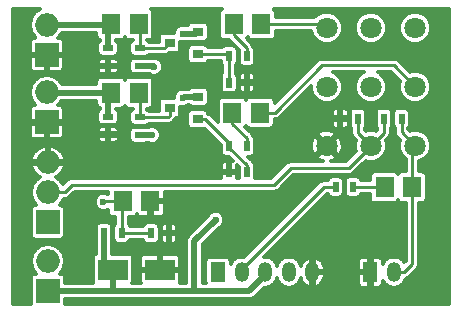
<source format=gtl>
G04 #@! TF.FileFunction,Copper,L1,Top,Signal*
%FSLAX46Y46*%
G04 Gerber Fmt 4.6, Leading zero omitted, Abs format (unit mm)*
G04 Created by KiCad (PCBNEW 4.0.4-1.fc24-product) date Thu Mar  1 09:38:40 2018*
%MOMM*%
%LPD*%
G01*
G04 APERTURE LIST*
%ADD10C,0.100000*%
%ADD11C,1.800000*%
%ADD12R,1.200000X1.700000*%
%ADD13O,1.200000X1.700000*%
%ADD14O,1.998980X1.998980*%
%ADD15R,1.998980X1.998980*%
%ADD16R,0.500000X0.900000*%
%ADD17R,1.549400X1.800860*%
%ADD18R,0.900000X0.800000*%
%ADD19R,0.900000X0.500000*%
%ADD20R,2.499360X1.800860*%
%ADD21C,0.600000*%
%ADD22C,0.250000*%
%ADD23C,0.500000*%
%ADD24C,0.300000*%
G04 APERTURE END LIST*
D10*
D11*
X159600000Y-80100000D03*
X155850000Y-80100000D03*
X152100000Y-80100000D03*
X159600000Y-85100000D03*
X155850000Y-85100000D03*
X152100000Y-85100000D03*
X152100000Y-90100000D03*
X155850000Y-90100000D03*
X159600000Y-90100000D03*
D12*
X155800000Y-100800000D03*
D13*
X157800000Y-100800000D03*
D12*
X142900000Y-100800000D03*
D13*
X144900000Y-100800000D03*
X146900000Y-100800000D03*
X148900000Y-100800000D03*
X150900000Y-100800000D03*
D14*
X128405024Y-85573844D03*
D15*
X128405024Y-88113844D03*
D14*
X128500000Y-91500000D03*
D15*
X128500000Y-96580000D03*
D14*
X128500000Y-94040000D03*
D16*
X133250000Y-97500000D03*
X134750000Y-97500000D03*
D14*
X128400000Y-79860000D03*
D15*
X128400000Y-82400000D03*
D14*
X128500000Y-99860000D03*
D15*
X128500000Y-102400000D03*
D17*
X136176020Y-79800000D03*
X133823980Y-79800000D03*
X136176020Y-85600000D03*
X133823980Y-85600000D03*
X144223980Y-79800000D03*
X146576020Y-79800000D03*
X144123980Y-87300000D03*
X146476020Y-87300000D03*
X134823980Y-94800000D03*
X137176020Y-94800000D03*
X157000000Y-93600000D03*
X159352040Y-93600000D03*
D18*
X141200000Y-82350000D03*
X141200000Y-80450000D03*
X138800000Y-81400000D03*
X141200000Y-87850000D03*
X141200000Y-85950000D03*
X138800000Y-86900000D03*
D19*
X133600000Y-81850000D03*
X133600000Y-83350000D03*
X133600000Y-87650000D03*
X133600000Y-89150000D03*
X136300000Y-81850000D03*
X136300000Y-83350000D03*
X136300000Y-87700000D03*
X136300000Y-89200000D03*
D16*
X137250000Y-97500000D03*
X138750000Y-97500000D03*
X154350000Y-93600000D03*
X152850000Y-93600000D03*
X158450000Y-87800000D03*
X156950000Y-87800000D03*
X154750000Y-87800000D03*
X153250000Y-87800000D03*
D20*
X134001020Y-100600000D03*
X137998980Y-100600000D03*
D16*
X143850000Y-84750000D03*
X145350000Y-84750000D03*
X145350000Y-92300000D03*
X143850000Y-92300000D03*
X145350000Y-82500000D03*
X143850000Y-82500000D03*
X145350000Y-90100000D03*
X143850000Y-90100000D03*
D21*
X133200000Y-94850000D03*
X136000000Y-91600000D03*
X137300000Y-89200000D03*
X137500000Y-83400000D03*
X142700000Y-96350000D03*
X139900000Y-86050000D03*
X139900000Y-80600000D03*
D22*
X136300000Y-81850000D02*
X138350000Y-81850000D01*
X138350000Y-81850000D02*
X138800000Y-81400000D01*
X136300000Y-81850000D02*
X136300000Y-79923980D01*
X136300000Y-79923980D02*
X136176020Y-79800000D01*
X136300000Y-87700000D02*
X138650000Y-87700000D01*
X138650000Y-87700000D02*
X138800000Y-87550000D01*
X138800000Y-87550000D02*
X138800000Y-86900000D01*
X136300000Y-87700000D02*
X136300000Y-85723980D01*
X136300000Y-85723980D02*
X136176020Y-85600000D01*
X145350000Y-82500000D02*
X145350000Y-81850000D01*
X145350000Y-81850000D02*
X144223980Y-80723980D01*
X144223980Y-80723980D02*
X144223980Y-79800000D01*
X146576020Y-79800000D02*
X151800000Y-79800000D01*
X151800000Y-79800000D02*
X152100000Y-80100000D01*
X144123980Y-87300000D02*
X144123980Y-88223980D01*
X144123980Y-88223980D02*
X145350000Y-89450000D01*
X145350000Y-89450000D02*
X145350000Y-90100000D01*
X146476020Y-87300000D02*
X147700000Y-87300000D01*
X147700000Y-87300000D02*
X151700000Y-83300000D01*
X151700000Y-83300000D02*
X157800000Y-83300000D01*
X157800000Y-83300000D02*
X159600000Y-85100000D01*
X133250000Y-94800000D02*
X133200000Y-94850000D01*
X134823980Y-94800000D02*
X133250000Y-94800000D01*
X134750000Y-97500000D02*
X134750000Y-94873980D01*
X134750000Y-94873980D02*
X134823980Y-94800000D01*
X137250000Y-97500000D02*
X136750000Y-97500000D01*
X136750000Y-97500000D02*
X134750000Y-97500000D01*
X154350000Y-93600000D02*
X157000000Y-93600000D01*
X158450000Y-87800000D02*
X158450000Y-88950000D01*
X158450000Y-88950000D02*
X159600000Y-90100000D01*
X159352040Y-93600000D02*
X159352040Y-100097960D01*
X159352040Y-100097960D02*
X158650000Y-100800000D01*
X158650000Y-100800000D02*
X157800000Y-100800000D01*
X159352040Y-93600000D02*
X159352040Y-90347960D01*
X159352040Y-90347960D02*
X159600000Y-90100000D01*
D23*
X133600000Y-87650000D02*
X133600000Y-85823980D01*
X133600000Y-85823980D02*
X133823980Y-85600000D01*
X133823980Y-85600000D02*
X128431180Y-85600000D01*
X128431180Y-85600000D02*
X128405024Y-85573844D01*
X133600000Y-81850000D02*
X133600000Y-80023980D01*
X133600000Y-80023980D02*
X133823980Y-79800000D01*
X128400000Y-79860000D02*
X133763980Y-79860000D01*
X133763980Y-79860000D02*
X133823980Y-79800000D01*
D22*
X128500000Y-94040000D02*
X129913492Y-94040000D01*
X129913492Y-94040000D02*
X130553492Y-93400000D01*
X130553492Y-93400000D02*
X147650000Y-93400000D01*
X147650000Y-93400000D02*
X149050000Y-92000000D01*
X149050000Y-92000000D02*
X153950000Y-92000000D01*
X153950000Y-92000000D02*
X155850000Y-90100000D01*
X154750000Y-87800000D02*
X154750000Y-89000000D01*
X154750000Y-89000000D02*
X155850000Y-90100000D01*
X156950000Y-87800000D02*
X156950000Y-89000000D01*
X156950000Y-89000000D02*
X155850000Y-90100000D01*
D23*
X136300000Y-89200000D02*
X137300000Y-89200000D01*
X137450000Y-83350000D02*
X137500000Y-83400000D01*
X136300000Y-83350000D02*
X137450000Y-83350000D01*
X139900000Y-102400000D02*
X140900000Y-102400000D01*
X140900000Y-102400000D02*
X140900000Y-98150000D01*
X140900000Y-98150000D02*
X142700000Y-96350000D01*
X139900000Y-102400000D02*
X145550000Y-102400000D01*
X134000000Y-102400000D02*
X139900000Y-102400000D01*
X141200000Y-85950000D02*
X140000000Y-85950000D01*
X140000000Y-85950000D02*
X139900000Y-86050000D01*
X139900000Y-80600000D02*
X141050000Y-80600000D01*
X141050000Y-80600000D02*
X141200000Y-80450000D01*
X133250000Y-97500000D02*
X133250000Y-99848980D01*
X133250000Y-99848980D02*
X134001020Y-100600000D01*
X128500000Y-102400000D02*
X134000000Y-102400000D01*
X134001020Y-100600000D02*
X134001020Y-102398980D01*
X134001020Y-102398980D02*
X134000000Y-102400000D01*
X146900000Y-101050000D02*
X146900000Y-100800000D01*
X145550000Y-102400000D02*
X146900000Y-101050000D01*
D22*
X152850000Y-93600000D02*
X151850000Y-93600000D01*
X151850000Y-93600000D02*
X144900000Y-100550000D01*
X144900000Y-100550000D02*
X144900000Y-100800000D01*
X143850000Y-82500000D02*
X143850000Y-84700000D01*
X141200000Y-82350000D02*
X143700000Y-82350000D01*
X143700000Y-82350000D02*
X143850000Y-82500000D01*
X143850000Y-90100000D02*
X143850000Y-90250000D01*
X143850000Y-90250000D02*
X145350000Y-91750000D01*
X145350000Y-91750000D02*
X145350000Y-92300000D01*
X141200000Y-87850000D02*
X141800000Y-87850000D01*
X141800000Y-87850000D02*
X143850000Y-89900000D01*
D24*
G36*
X127375056Y-78806659D02*
X127060846Y-79276907D01*
X126950510Y-79831603D01*
X126950510Y-79888397D01*
X127060846Y-80443093D01*
X127375056Y-80913341D01*
X127430683Y-80950510D01*
X127311000Y-80950510D01*
X127145606Y-81019018D01*
X127019019Y-81145605D01*
X126950510Y-81310999D01*
X126950510Y-82187500D01*
X127063010Y-82300000D01*
X128300000Y-82300000D01*
X128300000Y-82280000D01*
X128500000Y-82280000D01*
X128500000Y-82300000D01*
X129736990Y-82300000D01*
X129849490Y-82187500D01*
X129849490Y-81310999D01*
X129780981Y-81145605D01*
X129654394Y-81019018D01*
X129489000Y-80950510D01*
X129369317Y-80950510D01*
X129424944Y-80913341D01*
X129661039Y-80560000D01*
X132590464Y-80560000D01*
X132590464Y-80700430D01*
X132621842Y-80867190D01*
X132720397Y-81020349D01*
X132870775Y-81123098D01*
X132900000Y-81129016D01*
X132900000Y-81226125D01*
X132830081Y-81271117D01*
X132727332Y-81421495D01*
X132691184Y-81600000D01*
X132691184Y-82100000D01*
X132722562Y-82266760D01*
X132821117Y-82419919D01*
X132971495Y-82522668D01*
X133150000Y-82558816D01*
X134050000Y-82558816D01*
X134216760Y-82527438D01*
X134369919Y-82428883D01*
X134472668Y-82278505D01*
X134508816Y-82100000D01*
X134508816Y-81600000D01*
X134477438Y-81433240D01*
X134378883Y-81280081D01*
X134300000Y-81226182D01*
X134300000Y-81159246D01*
X134598680Y-81159246D01*
X134765440Y-81127868D01*
X134918599Y-81029313D01*
X135000795Y-80909015D01*
X135072437Y-81020349D01*
X135222815Y-81123098D01*
X135401320Y-81159246D01*
X135725000Y-81159246D01*
X135725000Y-81164704D01*
X135683240Y-81172562D01*
X135530081Y-81271117D01*
X135427332Y-81421495D01*
X135391184Y-81600000D01*
X135391184Y-82100000D01*
X135422562Y-82266760D01*
X135521117Y-82419919D01*
X135671495Y-82522668D01*
X135850000Y-82558816D01*
X136750000Y-82558816D01*
X136916760Y-82527438D01*
X137069919Y-82428883D01*
X137072572Y-82425000D01*
X138350000Y-82425000D01*
X138570043Y-82381231D01*
X138753249Y-82258816D01*
X139250000Y-82258816D01*
X139416760Y-82227438D01*
X139569919Y-82128883D01*
X139672668Y-81978505D01*
X139708816Y-81800000D01*
X139708816Y-81332701D01*
X139750161Y-81349869D01*
X140048530Y-81350130D01*
X140169853Y-81300000D01*
X140706465Y-81300000D01*
X140750000Y-81308816D01*
X141650000Y-81308816D01*
X141816760Y-81277438D01*
X141969919Y-81178883D01*
X142072668Y-81028505D01*
X142108816Y-80850000D01*
X142108816Y-80050000D01*
X142077438Y-79883240D01*
X141978883Y-79730081D01*
X141828505Y-79627332D01*
X141650000Y-79591184D01*
X140750000Y-79591184D01*
X140583240Y-79622562D01*
X140430081Y-79721117D01*
X140327332Y-79871495D01*
X140321560Y-79900000D01*
X140169937Y-79900000D01*
X140049839Y-79850131D01*
X139751470Y-79849870D01*
X139475714Y-79963811D01*
X139264552Y-80174605D01*
X139150131Y-80450161D01*
X139150051Y-80541184D01*
X138350000Y-80541184D01*
X138183240Y-80572562D01*
X138030081Y-80671117D01*
X137927332Y-80821495D01*
X137891184Y-81000000D01*
X137891184Y-81275000D01*
X137071447Y-81275000D01*
X136928505Y-81177332D01*
X136875000Y-81166497D01*
X136875000Y-81159246D01*
X136950720Y-81159246D01*
X137117480Y-81127868D01*
X137270639Y-81029313D01*
X137373388Y-80878935D01*
X137409536Y-80700430D01*
X137409536Y-78899570D01*
X137378158Y-78732810D01*
X137279603Y-78579651D01*
X137199619Y-78525000D01*
X143200361Y-78525000D01*
X143129361Y-78570687D01*
X143026612Y-78721065D01*
X142990464Y-78899570D01*
X142990464Y-80700430D01*
X143021842Y-80867190D01*
X143120397Y-81020349D01*
X143270775Y-81123098D01*
X143449280Y-81159246D01*
X143846074Y-81159246D01*
X144391076Y-81704249D01*
X144278505Y-81627332D01*
X144100000Y-81591184D01*
X143600000Y-81591184D01*
X143433240Y-81622562D01*
X143280081Y-81721117D01*
X143243264Y-81775000D01*
X142072136Y-81775000D01*
X141978883Y-81630081D01*
X141828505Y-81527332D01*
X141650000Y-81491184D01*
X140750000Y-81491184D01*
X140583240Y-81522562D01*
X140430081Y-81621117D01*
X140327332Y-81771495D01*
X140291184Y-81950000D01*
X140291184Y-82750000D01*
X140322562Y-82916760D01*
X140421117Y-83069919D01*
X140571495Y-83172668D01*
X140750000Y-83208816D01*
X141650000Y-83208816D01*
X141816760Y-83177438D01*
X141969919Y-83078883D01*
X142072668Y-82928505D01*
X142073378Y-82925000D01*
X143141184Y-82925000D01*
X143141184Y-82950000D01*
X143172562Y-83116760D01*
X143271117Y-83269919D01*
X143275000Y-83272572D01*
X143275000Y-83978553D01*
X143177332Y-84121495D01*
X143141184Y-84300000D01*
X143141184Y-85200000D01*
X143172562Y-85366760D01*
X143271117Y-85519919D01*
X143421495Y-85622668D01*
X143600000Y-85658816D01*
X144100000Y-85658816D01*
X144266760Y-85627438D01*
X144419919Y-85528883D01*
X144522668Y-85378505D01*
X144558816Y-85200000D01*
X144558816Y-84962500D01*
X144650000Y-84962500D01*
X144650000Y-85289510D01*
X144718508Y-85454904D01*
X144845095Y-85581491D01*
X145010489Y-85650000D01*
X145137500Y-85650000D01*
X145250000Y-85537500D01*
X145250000Y-84850000D01*
X145450000Y-84850000D01*
X145450000Y-85537500D01*
X145562500Y-85650000D01*
X145689511Y-85650000D01*
X145854905Y-85581491D01*
X145981492Y-85454904D01*
X146050000Y-85289510D01*
X146050000Y-84962500D01*
X145937500Y-84850000D01*
X145450000Y-84850000D01*
X145250000Y-84850000D01*
X144762500Y-84850000D01*
X144650000Y-84962500D01*
X144558816Y-84962500D01*
X144558816Y-84300000D01*
X144541974Y-84210490D01*
X144650000Y-84210490D01*
X144650000Y-84537500D01*
X144762500Y-84650000D01*
X145250000Y-84650000D01*
X145250000Y-83962500D01*
X145450000Y-83962500D01*
X145450000Y-84650000D01*
X145937500Y-84650000D01*
X146050000Y-84537500D01*
X146050000Y-84210490D01*
X145981492Y-84045096D01*
X145854905Y-83918509D01*
X145689511Y-83850000D01*
X145562500Y-83850000D01*
X145450000Y-83962500D01*
X145250000Y-83962500D01*
X145137500Y-83850000D01*
X145010489Y-83850000D01*
X144845095Y-83918509D01*
X144718508Y-84045096D01*
X144650000Y-84210490D01*
X144541974Y-84210490D01*
X144527438Y-84133240D01*
X144428883Y-83980081D01*
X144425000Y-83977428D01*
X144425000Y-83271447D01*
X144522668Y-83128505D01*
X144558816Y-82950000D01*
X144558816Y-82050000D01*
X144527438Y-81883240D01*
X144450496Y-81763669D01*
X144657291Y-81970463D01*
X144641184Y-82050000D01*
X144641184Y-82950000D01*
X144672562Y-83116760D01*
X144771117Y-83269919D01*
X144921495Y-83372668D01*
X145100000Y-83408816D01*
X145600000Y-83408816D01*
X145766760Y-83377438D01*
X145919919Y-83278883D01*
X146022668Y-83128505D01*
X146058816Y-82950000D01*
X146058816Y-82050000D01*
X146027438Y-81883240D01*
X145928883Y-81730081D01*
X145896784Y-81708149D01*
X145881231Y-81629957D01*
X145812659Y-81527332D01*
X145756587Y-81443414D01*
X145328295Y-81015122D01*
X145400795Y-80909015D01*
X145472437Y-81020349D01*
X145622815Y-81123098D01*
X145801320Y-81159246D01*
X147350720Y-81159246D01*
X147517480Y-81127868D01*
X147670639Y-81029313D01*
X147773388Y-80878935D01*
X147809536Y-80700430D01*
X147809536Y-80375000D01*
X150752926Y-80375000D01*
X150954858Y-80863715D01*
X151334288Y-81243807D01*
X151830290Y-81449765D01*
X152367353Y-81450234D01*
X152863715Y-81245142D01*
X153243807Y-80865712D01*
X153449765Y-80369710D01*
X153449767Y-80367353D01*
X154499766Y-80367353D01*
X154704858Y-80863715D01*
X155084288Y-81243807D01*
X155580290Y-81449765D01*
X156117353Y-81450234D01*
X156613715Y-81245142D01*
X156993807Y-80865712D01*
X157199765Y-80369710D01*
X157199767Y-80367353D01*
X158249766Y-80367353D01*
X158454858Y-80863715D01*
X158834288Y-81243807D01*
X159330290Y-81449765D01*
X159867353Y-81450234D01*
X160363715Y-81245142D01*
X160743807Y-80865712D01*
X160949765Y-80369710D01*
X160950234Y-79832647D01*
X160745142Y-79336285D01*
X160365712Y-78956193D01*
X159869710Y-78750235D01*
X159332647Y-78749766D01*
X158836285Y-78954858D01*
X158456193Y-79334288D01*
X158250235Y-79830290D01*
X158249766Y-80367353D01*
X157199767Y-80367353D01*
X157200234Y-79832647D01*
X156995142Y-79336285D01*
X156615712Y-78956193D01*
X156119710Y-78750235D01*
X155582647Y-78749766D01*
X155086285Y-78954858D01*
X154706193Y-79334288D01*
X154500235Y-79830290D01*
X154499766Y-80367353D01*
X153449767Y-80367353D01*
X153450234Y-79832647D01*
X153245142Y-79336285D01*
X152865712Y-78956193D01*
X152369710Y-78750235D01*
X151832647Y-78749766D01*
X151336285Y-78954858D01*
X151065672Y-79225000D01*
X147809536Y-79225000D01*
X147809536Y-78899570D01*
X147778158Y-78732810D01*
X147679603Y-78579651D01*
X147599619Y-78525000D01*
X162475000Y-78525000D01*
X162475000Y-103475000D01*
X129943015Y-103475000D01*
X129958306Y-103399490D01*
X129958306Y-103100000D01*
X145550000Y-103100000D01*
X145817879Y-103046716D01*
X146044975Y-102894975D01*
X146828669Y-102111281D01*
X146900000Y-102125469D01*
X147301818Y-102045543D01*
X147642462Y-101817931D01*
X147870074Y-101477287D01*
X147900000Y-101326838D01*
X147929926Y-101477287D01*
X148157538Y-101817931D01*
X148498182Y-102045543D01*
X148900000Y-102125469D01*
X149301818Y-102045543D01*
X149642462Y-101817931D01*
X149870074Y-101477287D01*
X149901205Y-101320780D01*
X149968195Y-101544206D01*
X150228249Y-101863173D01*
X150590571Y-102058342D01*
X150637722Y-102066715D01*
X150800000Y-101982151D01*
X150800000Y-100900000D01*
X151000000Y-100900000D01*
X151000000Y-101982151D01*
X151162278Y-102066715D01*
X151209429Y-102058342D01*
X151571751Y-101863173D01*
X151831805Y-101544206D01*
X151950000Y-101150000D01*
X151950000Y-101012500D01*
X154750000Y-101012500D01*
X154750000Y-101739510D01*
X154818508Y-101904904D01*
X154945095Y-102031491D01*
X155110489Y-102100000D01*
X155587500Y-102100000D01*
X155700000Y-101987500D01*
X155700000Y-100900000D01*
X154862500Y-100900000D01*
X154750000Y-101012500D01*
X151950000Y-101012500D01*
X151950000Y-100900000D01*
X151000000Y-100900000D01*
X150800000Y-100900000D01*
X150780000Y-100900000D01*
X150780000Y-100700000D01*
X150800000Y-100700000D01*
X150800000Y-99617849D01*
X151000000Y-99617849D01*
X151000000Y-100700000D01*
X151950000Y-100700000D01*
X151950000Y-100450000D01*
X151831805Y-100055794D01*
X151672574Y-99860490D01*
X154750000Y-99860490D01*
X154750000Y-100587500D01*
X154862500Y-100700000D01*
X155700000Y-100700000D01*
X155700000Y-99612500D01*
X155587500Y-99500000D01*
X155110489Y-99500000D01*
X154945095Y-99568509D01*
X154818508Y-99695096D01*
X154750000Y-99860490D01*
X151672574Y-99860490D01*
X151571751Y-99736827D01*
X151209429Y-99541658D01*
X151162278Y-99533285D01*
X151000000Y-99617849D01*
X150800000Y-99617849D01*
X150637722Y-99533285D01*
X150590571Y-99541658D01*
X150228249Y-99736827D01*
X149968195Y-100055794D01*
X149901205Y-100279220D01*
X149870074Y-100122713D01*
X149642462Y-99782069D01*
X149301818Y-99554457D01*
X148900000Y-99474531D01*
X148498182Y-99554457D01*
X148157538Y-99782069D01*
X147929926Y-100122713D01*
X147900000Y-100273162D01*
X147870074Y-100122713D01*
X147642462Y-99782069D01*
X147301818Y-99554457D01*
X146900000Y-99474531D01*
X146760991Y-99502181D01*
X152088173Y-94175000D01*
X152164704Y-94175000D01*
X152172562Y-94216760D01*
X152271117Y-94369919D01*
X152421495Y-94472668D01*
X152600000Y-94508816D01*
X153100000Y-94508816D01*
X153266760Y-94477438D01*
X153419919Y-94378883D01*
X153522668Y-94228505D01*
X153558816Y-94050000D01*
X153558816Y-93150000D01*
X153641184Y-93150000D01*
X153641184Y-94050000D01*
X153672562Y-94216760D01*
X153771117Y-94369919D01*
X153921495Y-94472668D01*
X154100000Y-94508816D01*
X154600000Y-94508816D01*
X154766760Y-94477438D01*
X154919919Y-94378883D01*
X155022668Y-94228505D01*
X155033503Y-94175000D01*
X155766484Y-94175000D01*
X155766484Y-94500430D01*
X155797862Y-94667190D01*
X155896417Y-94820349D01*
X156046795Y-94923098D01*
X156225300Y-94959246D01*
X157774700Y-94959246D01*
X157941460Y-94927868D01*
X158094619Y-94829313D01*
X158176815Y-94709015D01*
X158248457Y-94820349D01*
X158398835Y-94923098D01*
X158577340Y-94959246D01*
X158777040Y-94959246D01*
X158777040Y-99859787D01*
X158667551Y-99969277D01*
X158542462Y-99782069D01*
X158201818Y-99554457D01*
X157800000Y-99474531D01*
X157398182Y-99554457D01*
X157057538Y-99782069D01*
X156850000Y-100092670D01*
X156850000Y-99860490D01*
X156781492Y-99695096D01*
X156654905Y-99568509D01*
X156489511Y-99500000D01*
X156012500Y-99500000D01*
X155900000Y-99612500D01*
X155900000Y-100700000D01*
X155920000Y-100700000D01*
X155920000Y-100900000D01*
X155900000Y-100900000D01*
X155900000Y-101987500D01*
X156012500Y-102100000D01*
X156489511Y-102100000D01*
X156654905Y-102031491D01*
X156781492Y-101904904D01*
X156850000Y-101739510D01*
X156850000Y-101507330D01*
X157057538Y-101817931D01*
X157398182Y-102045543D01*
X157800000Y-102125469D01*
X158201818Y-102045543D01*
X158542462Y-101817931D01*
X158770074Y-101477287D01*
X158796205Y-101345918D01*
X158870043Y-101331231D01*
X159056586Y-101206586D01*
X159758626Y-100504547D01*
X159883271Y-100318003D01*
X159916035Y-100153284D01*
X159927040Y-100097960D01*
X159927040Y-94959246D01*
X160126740Y-94959246D01*
X160293500Y-94927868D01*
X160446659Y-94829313D01*
X160549408Y-94678935D01*
X160585556Y-94500430D01*
X160585556Y-92699570D01*
X160554178Y-92532810D01*
X160455623Y-92379651D01*
X160305245Y-92276902D01*
X160126740Y-92240754D01*
X159927040Y-92240754D01*
X159927040Y-91425572D01*
X160363715Y-91245142D01*
X160743807Y-90865712D01*
X160949765Y-90369710D01*
X160950234Y-89832647D01*
X160745142Y-89336285D01*
X160365712Y-88956193D01*
X159869710Y-88750235D01*
X159332647Y-88749766D01*
X159141796Y-88828624D01*
X159025000Y-88711828D01*
X159025000Y-88571447D01*
X159122668Y-88428505D01*
X159158816Y-88250000D01*
X159158816Y-87350000D01*
X159127438Y-87183240D01*
X159028883Y-87030081D01*
X158878505Y-86927332D01*
X158700000Y-86891184D01*
X158200000Y-86891184D01*
X158033240Y-86922562D01*
X157880081Y-87021117D01*
X157777332Y-87171495D01*
X157741184Y-87350000D01*
X157741184Y-88250000D01*
X157772562Y-88416760D01*
X157871117Y-88569919D01*
X157875000Y-88572572D01*
X157875000Y-88950000D01*
X157895184Y-89051470D01*
X157918769Y-89170043D01*
X158043414Y-89356586D01*
X158328540Y-89641712D01*
X158250235Y-89830290D01*
X158249766Y-90367353D01*
X158454858Y-90863715D01*
X158777040Y-91186459D01*
X158777040Y-92240754D01*
X158577340Y-92240754D01*
X158410580Y-92272132D01*
X158257421Y-92370687D01*
X158175225Y-92490985D01*
X158103583Y-92379651D01*
X157953205Y-92276902D01*
X157774700Y-92240754D01*
X156225300Y-92240754D01*
X156058540Y-92272132D01*
X155905381Y-92370687D01*
X155802632Y-92521065D01*
X155766484Y-92699570D01*
X155766484Y-93025000D01*
X155035296Y-93025000D01*
X155027438Y-92983240D01*
X154928883Y-92830081D01*
X154778505Y-92727332D01*
X154600000Y-92691184D01*
X154100000Y-92691184D01*
X153933240Y-92722562D01*
X153780081Y-92821117D01*
X153677332Y-92971495D01*
X153641184Y-93150000D01*
X153558816Y-93150000D01*
X153527438Y-92983240D01*
X153428883Y-92830081D01*
X153278505Y-92727332D01*
X153100000Y-92691184D01*
X152600000Y-92691184D01*
X152433240Y-92722562D01*
X152280081Y-92821117D01*
X152177332Y-92971495D01*
X152166497Y-93025000D01*
X151850000Y-93025000D01*
X151629957Y-93068769D01*
X151443413Y-93193414D01*
X145118779Y-99518049D01*
X144900000Y-99474531D01*
X144498182Y-99554457D01*
X144157538Y-99782069D01*
X143958816Y-100079476D01*
X143958816Y-99950000D01*
X143927438Y-99783240D01*
X143828883Y-99630081D01*
X143678505Y-99527332D01*
X143500000Y-99491184D01*
X142300000Y-99491184D01*
X142133240Y-99522562D01*
X141980081Y-99621117D01*
X141877332Y-99771495D01*
X141841184Y-99950000D01*
X141841184Y-101650000D01*
X141850592Y-101700000D01*
X141600000Y-101700000D01*
X141600000Y-98439950D01*
X143004100Y-97035849D01*
X143124286Y-96986189D01*
X143335448Y-96775395D01*
X143449869Y-96499839D01*
X143450130Y-96201470D01*
X143336189Y-95925714D01*
X143125395Y-95714552D01*
X142849839Y-95600131D01*
X142551470Y-95599870D01*
X142275714Y-95713811D01*
X142064552Y-95924605D01*
X142014211Y-96045840D01*
X140405025Y-97655025D01*
X140253284Y-97882121D01*
X140222217Y-98038306D01*
X140200000Y-98150000D01*
X140200000Y-101700000D01*
X139653072Y-101700000D01*
X139698660Y-101589940D01*
X139698660Y-100812500D01*
X139586160Y-100700000D01*
X138098980Y-100700000D01*
X138098980Y-100720000D01*
X137898980Y-100720000D01*
X137898980Y-100700000D01*
X136411800Y-100700000D01*
X136299300Y-100812500D01*
X136299300Y-101589940D01*
X136344888Y-101700000D01*
X135658975Y-101700000D01*
X135673368Y-101678935D01*
X135709516Y-101500430D01*
X135709516Y-99699570D01*
X135692674Y-99610060D01*
X136299300Y-99610060D01*
X136299300Y-100387500D01*
X136411800Y-100500000D01*
X137898980Y-100500000D01*
X137898980Y-99362070D01*
X138098980Y-99362070D01*
X138098980Y-100500000D01*
X139586160Y-100500000D01*
X139698660Y-100387500D01*
X139698660Y-99610060D01*
X139630152Y-99444666D01*
X139503565Y-99318079D01*
X139338171Y-99249570D01*
X138211480Y-99249570D01*
X138098980Y-99362070D01*
X137898980Y-99362070D01*
X137786480Y-99249570D01*
X136659789Y-99249570D01*
X136494395Y-99318079D01*
X136367808Y-99444666D01*
X136299300Y-99610060D01*
X135692674Y-99610060D01*
X135678138Y-99532810D01*
X135579583Y-99379651D01*
X135429205Y-99276902D01*
X135250700Y-99240754D01*
X133950000Y-99240754D01*
X133950000Y-97993535D01*
X133958816Y-97950000D01*
X133958816Y-97050000D01*
X133927438Y-96883240D01*
X133828883Y-96730081D01*
X133678505Y-96627332D01*
X133500000Y-96591184D01*
X133000000Y-96591184D01*
X132833240Y-96622562D01*
X132680081Y-96721117D01*
X132577332Y-96871495D01*
X132541184Y-97050000D01*
X132541184Y-97950000D01*
X132550000Y-97996853D01*
X132550000Y-99294384D01*
X132431421Y-99370687D01*
X132328672Y-99521065D01*
X132292524Y-99699570D01*
X132292524Y-101500430D01*
X132323902Y-101667190D01*
X132345015Y-101700000D01*
X129958306Y-101700000D01*
X129958306Y-101400510D01*
X129926928Y-101233750D01*
X129828373Y-101080591D01*
X129677995Y-100977842D01*
X129499490Y-100941694D01*
X129482511Y-100941694D01*
X129524944Y-100913341D01*
X129839154Y-100443093D01*
X129949490Y-99888397D01*
X129949490Y-99831603D01*
X129839154Y-99276907D01*
X129524944Y-98806659D01*
X129054696Y-98492449D01*
X128500000Y-98382113D01*
X127945304Y-98492449D01*
X127475056Y-98806659D01*
X127160846Y-99276907D01*
X127050510Y-99831603D01*
X127050510Y-99888397D01*
X127160846Y-100443093D01*
X127475056Y-100913341D01*
X127517489Y-100941694D01*
X127500510Y-100941694D01*
X127333750Y-100973072D01*
X127180591Y-101071627D01*
X127077842Y-101222005D01*
X127041694Y-101400510D01*
X127041694Y-103399490D01*
X127055902Y-103475000D01*
X125525000Y-103475000D01*
X125525000Y-95580510D01*
X127041694Y-95580510D01*
X127041694Y-97579490D01*
X127073072Y-97746250D01*
X127171627Y-97899409D01*
X127322005Y-98002158D01*
X127500510Y-98038306D01*
X129499490Y-98038306D01*
X129666250Y-98006928D01*
X129819409Y-97908373D01*
X129922158Y-97757995D01*
X129958306Y-97579490D01*
X129958306Y-95580510D01*
X129926928Y-95413750D01*
X129828373Y-95260591D01*
X129677995Y-95157842D01*
X129499490Y-95121694D01*
X129482511Y-95121694D01*
X129524944Y-95093341D01*
X129839154Y-94623093D01*
X129840764Y-94615000D01*
X129913492Y-94615000D01*
X130133535Y-94571231D01*
X130320078Y-94446586D01*
X130791665Y-93975000D01*
X133590464Y-93975000D01*
X133590464Y-94200047D01*
X133349839Y-94100131D01*
X133051470Y-94099870D01*
X132775714Y-94213811D01*
X132564552Y-94424605D01*
X132450131Y-94700161D01*
X132449870Y-94998530D01*
X132563811Y-95274286D01*
X132774605Y-95485448D01*
X133050161Y-95599869D01*
X133348530Y-95600130D01*
X133590464Y-95500164D01*
X133590464Y-95700430D01*
X133621842Y-95867190D01*
X133720397Y-96020349D01*
X133870775Y-96123098D01*
X134049280Y-96159246D01*
X134175000Y-96159246D01*
X134175000Y-96728553D01*
X134077332Y-96871495D01*
X134041184Y-97050000D01*
X134041184Y-97950000D01*
X134072562Y-98116760D01*
X134171117Y-98269919D01*
X134321495Y-98372668D01*
X134500000Y-98408816D01*
X135000000Y-98408816D01*
X135166760Y-98377438D01*
X135319919Y-98278883D01*
X135422668Y-98128505D01*
X135433503Y-98075000D01*
X136564704Y-98075000D01*
X136572562Y-98116760D01*
X136671117Y-98269919D01*
X136821495Y-98372668D01*
X137000000Y-98408816D01*
X137500000Y-98408816D01*
X137666760Y-98377438D01*
X137819919Y-98278883D01*
X137922668Y-98128505D01*
X137958816Y-97950000D01*
X137958816Y-97712500D01*
X138050000Y-97712500D01*
X138050000Y-98039510D01*
X138118508Y-98204904D01*
X138245095Y-98331491D01*
X138410489Y-98400000D01*
X138537500Y-98400000D01*
X138650000Y-98287500D01*
X138650000Y-97600000D01*
X138850000Y-97600000D01*
X138850000Y-98287500D01*
X138962500Y-98400000D01*
X139089511Y-98400000D01*
X139254905Y-98331491D01*
X139381492Y-98204904D01*
X139450000Y-98039510D01*
X139450000Y-97712500D01*
X139337500Y-97600000D01*
X138850000Y-97600000D01*
X138650000Y-97600000D01*
X138162500Y-97600000D01*
X138050000Y-97712500D01*
X137958816Y-97712500D01*
X137958816Y-97050000D01*
X137941974Y-96960490D01*
X138050000Y-96960490D01*
X138050000Y-97287500D01*
X138162500Y-97400000D01*
X138650000Y-97400000D01*
X138650000Y-96712500D01*
X138850000Y-96712500D01*
X138850000Y-97400000D01*
X139337500Y-97400000D01*
X139450000Y-97287500D01*
X139450000Y-96960490D01*
X139381492Y-96795096D01*
X139254905Y-96668509D01*
X139089511Y-96600000D01*
X138962500Y-96600000D01*
X138850000Y-96712500D01*
X138650000Y-96712500D01*
X138537500Y-96600000D01*
X138410489Y-96600000D01*
X138245095Y-96668509D01*
X138118508Y-96795096D01*
X138050000Y-96960490D01*
X137941974Y-96960490D01*
X137927438Y-96883240D01*
X137828883Y-96730081D01*
X137678505Y-96627332D01*
X137500000Y-96591184D01*
X137000000Y-96591184D01*
X136833240Y-96622562D01*
X136680081Y-96721117D01*
X136577332Y-96871495D01*
X136566497Y-96925000D01*
X135435296Y-96925000D01*
X135427438Y-96883240D01*
X135328883Y-96730081D01*
X135325000Y-96727428D01*
X135325000Y-96159246D01*
X135598680Y-96159246D01*
X135765440Y-96127868D01*
X135918599Y-96029313D01*
X136000700Y-95909154D01*
X136019828Y-95955334D01*
X136146415Y-96081921D01*
X136311809Y-96150430D01*
X136963520Y-96150430D01*
X137076020Y-96037930D01*
X137076020Y-94900000D01*
X137276020Y-94900000D01*
X137276020Y-96037930D01*
X137388520Y-96150430D01*
X138040231Y-96150430D01*
X138205625Y-96081921D01*
X138332212Y-95955334D01*
X138400720Y-95789940D01*
X138400720Y-95012500D01*
X138288220Y-94900000D01*
X137276020Y-94900000D01*
X137076020Y-94900000D01*
X137056020Y-94900000D01*
X137056020Y-94700000D01*
X137076020Y-94700000D01*
X137076020Y-94680000D01*
X137276020Y-94680000D01*
X137276020Y-94700000D01*
X138288220Y-94700000D01*
X138400720Y-94587500D01*
X138400720Y-93975000D01*
X147650000Y-93975000D01*
X147870043Y-93931231D01*
X148056586Y-93806586D01*
X149288172Y-92575000D01*
X153950000Y-92575000D01*
X154170043Y-92531231D01*
X154356586Y-92406586D01*
X155391712Y-91371461D01*
X155580290Y-91449765D01*
X156117353Y-91450234D01*
X156613715Y-91245142D01*
X156993807Y-90865712D01*
X157199765Y-90369710D01*
X157200234Y-89832647D01*
X157121376Y-89641796D01*
X157356586Y-89406586D01*
X157481231Y-89220043D01*
X157486971Y-89191184D01*
X157525000Y-89000000D01*
X157525000Y-88571447D01*
X157622668Y-88428505D01*
X157658816Y-88250000D01*
X157658816Y-87350000D01*
X157627438Y-87183240D01*
X157528883Y-87030081D01*
X157378505Y-86927332D01*
X157200000Y-86891184D01*
X156700000Y-86891184D01*
X156533240Y-86922562D01*
X156380081Y-87021117D01*
X156277332Y-87171495D01*
X156241184Y-87350000D01*
X156241184Y-88250000D01*
X156272562Y-88416760D01*
X156371117Y-88569919D01*
X156375000Y-88572572D01*
X156375000Y-88761828D01*
X156308288Y-88828540D01*
X156119710Y-88750235D01*
X155582647Y-88749766D01*
X155391796Y-88828624D01*
X155325000Y-88761828D01*
X155325000Y-88571447D01*
X155422668Y-88428505D01*
X155458816Y-88250000D01*
X155458816Y-87350000D01*
X155427438Y-87183240D01*
X155328883Y-87030081D01*
X155178505Y-86927332D01*
X155000000Y-86891184D01*
X154500000Y-86891184D01*
X154333240Y-86922562D01*
X154180081Y-87021117D01*
X154077332Y-87171495D01*
X154041184Y-87350000D01*
X154041184Y-88250000D01*
X154072562Y-88416760D01*
X154171117Y-88569919D01*
X154175000Y-88572572D01*
X154175000Y-89000000D01*
X154213029Y-89191184D01*
X154218769Y-89220043D01*
X154343414Y-89406586D01*
X154578540Y-89641712D01*
X154500235Y-89830290D01*
X154499766Y-90367353D01*
X154578624Y-90558204D01*
X153711828Y-91425000D01*
X152450379Y-91425000D01*
X152826016Y-91269406D01*
X152920234Y-91061655D01*
X152100000Y-90241421D01*
X151279766Y-91061655D01*
X151373984Y-91269406D01*
X151788291Y-91425000D01*
X149050000Y-91425000D01*
X148831264Y-91468509D01*
X148829957Y-91468769D01*
X148643414Y-91593414D01*
X147411828Y-92825000D01*
X146043628Y-92825000D01*
X146058816Y-92750000D01*
X146058816Y-91850000D01*
X146027438Y-91683240D01*
X145928883Y-91530081D01*
X145841351Y-91470273D01*
X145840346Y-91468769D01*
X145756586Y-91343413D01*
X145421989Y-91008816D01*
X145600000Y-91008816D01*
X145766760Y-90977438D01*
X145919919Y-90878883D01*
X146022668Y-90728505D01*
X146058816Y-90550000D01*
X146058816Y-89876761D01*
X150741775Y-89876761D01*
X150759734Y-90413524D01*
X150930594Y-90826016D01*
X151138345Y-90920234D01*
X151958579Y-90100000D01*
X152241421Y-90100000D01*
X153061655Y-90920234D01*
X153269406Y-90826016D01*
X153458225Y-90323239D01*
X153440266Y-89786476D01*
X153269406Y-89373984D01*
X153061655Y-89279766D01*
X152241421Y-90100000D01*
X151958579Y-90100000D01*
X151138345Y-89279766D01*
X150930594Y-89373984D01*
X150741775Y-89876761D01*
X146058816Y-89876761D01*
X146058816Y-89650000D01*
X146027438Y-89483240D01*
X145928883Y-89330081D01*
X145896784Y-89308149D01*
X145881231Y-89229957D01*
X145820018Y-89138345D01*
X151279766Y-89138345D01*
X152100000Y-89958579D01*
X152920234Y-89138345D01*
X152826016Y-88930594D01*
X152323239Y-88741775D01*
X151786476Y-88759734D01*
X151373984Y-88930594D01*
X151279766Y-89138345D01*
X145820018Y-89138345D01*
X145756586Y-89043414D01*
X145228295Y-88515123D01*
X145300795Y-88409015D01*
X145372437Y-88520349D01*
X145522815Y-88623098D01*
X145701320Y-88659246D01*
X147250720Y-88659246D01*
X147417480Y-88627868D01*
X147570639Y-88529313D01*
X147673388Y-88378935D01*
X147709536Y-88200430D01*
X147709536Y-88012500D01*
X152550000Y-88012500D01*
X152550000Y-88339510D01*
X152618508Y-88504904D01*
X152745095Y-88631491D01*
X152910489Y-88700000D01*
X153037500Y-88700000D01*
X153150000Y-88587500D01*
X153150000Y-87900000D01*
X153350000Y-87900000D01*
X153350000Y-88587500D01*
X153462500Y-88700000D01*
X153589511Y-88700000D01*
X153754905Y-88631491D01*
X153881492Y-88504904D01*
X153950000Y-88339510D01*
X153950000Y-88012500D01*
X153837500Y-87900000D01*
X153350000Y-87900000D01*
X153150000Y-87900000D01*
X152662500Y-87900000D01*
X152550000Y-88012500D01*
X147709536Y-88012500D01*
X147709536Y-87873103D01*
X147920043Y-87831231D01*
X148106586Y-87706586D01*
X148552682Y-87260490D01*
X152550000Y-87260490D01*
X152550000Y-87587500D01*
X152662500Y-87700000D01*
X153150000Y-87700000D01*
X153150000Y-87012500D01*
X153350000Y-87012500D01*
X153350000Y-87700000D01*
X153837500Y-87700000D01*
X153950000Y-87587500D01*
X153950000Y-87260490D01*
X153881492Y-87095096D01*
X153754905Y-86968509D01*
X153589511Y-86900000D01*
X153462500Y-86900000D01*
X153350000Y-87012500D01*
X153150000Y-87012500D01*
X153037500Y-86900000D01*
X152910489Y-86900000D01*
X152745095Y-86968509D01*
X152618508Y-87095096D01*
X152550000Y-87260490D01*
X148552682Y-87260490D01*
X150750032Y-85063141D01*
X150749766Y-85367353D01*
X150954858Y-85863715D01*
X151334288Y-86243807D01*
X151830290Y-86449765D01*
X152367353Y-86450234D01*
X152863715Y-86245142D01*
X153243807Y-85865712D01*
X153449765Y-85369710D01*
X153450234Y-84832647D01*
X153245142Y-84336285D01*
X152865712Y-83956193D01*
X152670178Y-83875000D01*
X155279557Y-83875000D01*
X155086285Y-83954858D01*
X154706193Y-84334288D01*
X154500235Y-84830290D01*
X154499766Y-85367353D01*
X154704858Y-85863715D01*
X155084288Y-86243807D01*
X155580290Y-86449765D01*
X156117353Y-86450234D01*
X156613715Y-86245142D01*
X156993807Y-85865712D01*
X157199765Y-85369710D01*
X157200234Y-84832647D01*
X156995142Y-84336285D01*
X156615712Y-83956193D01*
X156420178Y-83875000D01*
X157561828Y-83875000D01*
X158328539Y-84641712D01*
X158250235Y-84830290D01*
X158249766Y-85367353D01*
X158454858Y-85863715D01*
X158834288Y-86243807D01*
X159330290Y-86449765D01*
X159867353Y-86450234D01*
X160363715Y-86245142D01*
X160743807Y-85865712D01*
X160949765Y-85369710D01*
X160950234Y-84832647D01*
X160745142Y-84336285D01*
X160365712Y-83956193D01*
X159869710Y-83750235D01*
X159332647Y-83749766D01*
X159141796Y-83828624D01*
X158206586Y-82893414D01*
X158020043Y-82768769D01*
X157800000Y-82725000D01*
X151700000Y-82725000D01*
X151479957Y-82768769D01*
X151293413Y-82893414D01*
X147709536Y-86477292D01*
X147709536Y-86399570D01*
X147678158Y-86232810D01*
X147579603Y-86079651D01*
X147429225Y-85976902D01*
X147250720Y-85940754D01*
X145701320Y-85940754D01*
X145534560Y-85972132D01*
X145381401Y-86070687D01*
X145299205Y-86190985D01*
X145227563Y-86079651D01*
X145077185Y-85976902D01*
X144898680Y-85940754D01*
X143349280Y-85940754D01*
X143182520Y-85972132D01*
X143029361Y-86070687D01*
X142926612Y-86221065D01*
X142890464Y-86399570D01*
X142890464Y-88127292D01*
X142206586Y-87443414D01*
X142093338Y-87367744D01*
X142077438Y-87283240D01*
X141978883Y-87130081D01*
X141828505Y-87027332D01*
X141650000Y-86991184D01*
X140750000Y-86991184D01*
X140583240Y-87022562D01*
X140430081Y-87121117D01*
X140327332Y-87271495D01*
X140291184Y-87450000D01*
X140291184Y-88250000D01*
X140322562Y-88416760D01*
X140421117Y-88569919D01*
X140571495Y-88672668D01*
X140750000Y-88708816D01*
X141650000Y-88708816D01*
X141814661Y-88677833D01*
X143141184Y-90004357D01*
X143141184Y-90550000D01*
X143172562Y-90716760D01*
X143271117Y-90869919D01*
X143421495Y-90972668D01*
X143600000Y-91008816D01*
X143795644Y-91008816D01*
X144186828Y-91400000D01*
X144062500Y-91400000D01*
X143950000Y-91512500D01*
X143950000Y-92200000D01*
X144437500Y-92200000D01*
X144550000Y-92087500D01*
X144550000Y-91763173D01*
X144641184Y-91854357D01*
X144641184Y-92750000D01*
X144655296Y-92825000D01*
X144550000Y-92825000D01*
X144550000Y-92512500D01*
X144437500Y-92400000D01*
X143950000Y-92400000D01*
X143950000Y-92420000D01*
X143750000Y-92420000D01*
X143750000Y-92400000D01*
X143262500Y-92400000D01*
X143150000Y-92512500D01*
X143150000Y-92825000D01*
X130553492Y-92825000D01*
X130333449Y-92868769D01*
X130146906Y-92993413D01*
X129776773Y-93363547D01*
X129524944Y-92986659D01*
X129188654Y-92761957D01*
X129269061Y-92728653D01*
X129680705Y-92340820D01*
X129912597Y-91824980D01*
X129889937Y-91760490D01*
X143150000Y-91760490D01*
X143150000Y-92087500D01*
X143262500Y-92200000D01*
X143750000Y-92200000D01*
X143750000Y-91512500D01*
X143637500Y-91400000D01*
X143510489Y-91400000D01*
X143345095Y-91468509D01*
X143218508Y-91595096D01*
X143150000Y-91760490D01*
X129889937Y-91760490D01*
X129833544Y-91600000D01*
X128600000Y-91600000D01*
X128600000Y-91620000D01*
X128400000Y-91620000D01*
X128400000Y-91600000D01*
X127166456Y-91600000D01*
X127087403Y-91824980D01*
X127319295Y-92340820D01*
X127730939Y-92728653D01*
X127811346Y-92761957D01*
X127475056Y-92986659D01*
X127160846Y-93456907D01*
X127050510Y-94011603D01*
X127050510Y-94068397D01*
X127160846Y-94623093D01*
X127475056Y-95093341D01*
X127517489Y-95121694D01*
X127500510Y-95121694D01*
X127333750Y-95153072D01*
X127180591Y-95251627D01*
X127077842Y-95402005D01*
X127041694Y-95580510D01*
X125525000Y-95580510D01*
X125525000Y-91175020D01*
X127087403Y-91175020D01*
X127166456Y-91400000D01*
X128400000Y-91400000D01*
X128400000Y-90166755D01*
X128600000Y-90166755D01*
X128600000Y-91400000D01*
X129833544Y-91400000D01*
X129912597Y-91175020D01*
X129680705Y-90659180D01*
X129269061Y-90271347D01*
X128824979Y-90087411D01*
X128600000Y-90166755D01*
X128400000Y-90166755D01*
X128175021Y-90087411D01*
X127730939Y-90271347D01*
X127319295Y-90659180D01*
X127087403Y-91175020D01*
X125525000Y-91175020D01*
X125525000Y-88326344D01*
X126955534Y-88326344D01*
X126955534Y-89202845D01*
X127024043Y-89368239D01*
X127150630Y-89494826D01*
X127316024Y-89563334D01*
X128192524Y-89563334D01*
X128305024Y-89450834D01*
X128305024Y-88213844D01*
X128505024Y-88213844D01*
X128505024Y-89450834D01*
X128617524Y-89563334D01*
X129494024Y-89563334D01*
X129659418Y-89494826D01*
X129786005Y-89368239D01*
X129788382Y-89362500D01*
X132700000Y-89362500D01*
X132700000Y-89489511D01*
X132768509Y-89654905D01*
X132895096Y-89781492D01*
X133060490Y-89850000D01*
X133387500Y-89850000D01*
X133500000Y-89737500D01*
X133500000Y-89250000D01*
X133700000Y-89250000D01*
X133700000Y-89737500D01*
X133812500Y-89850000D01*
X134139510Y-89850000D01*
X134304904Y-89781492D01*
X134431491Y-89654905D01*
X134500000Y-89489511D01*
X134500000Y-89362500D01*
X134387500Y-89250000D01*
X133700000Y-89250000D01*
X133500000Y-89250000D01*
X132812500Y-89250000D01*
X132700000Y-89362500D01*
X129788382Y-89362500D01*
X129854514Y-89202845D01*
X129854514Y-88810489D01*
X132700000Y-88810489D01*
X132700000Y-88937500D01*
X132812500Y-89050000D01*
X133500000Y-89050000D01*
X133500000Y-88562500D01*
X133700000Y-88562500D01*
X133700000Y-89050000D01*
X134387500Y-89050000D01*
X134487500Y-88950000D01*
X135391184Y-88950000D01*
X135391184Y-89450000D01*
X135422562Y-89616760D01*
X135521117Y-89769919D01*
X135671495Y-89872668D01*
X135850000Y-89908816D01*
X136750000Y-89908816D01*
X136796853Y-89900000D01*
X137030063Y-89900000D01*
X137150161Y-89949869D01*
X137448530Y-89950130D01*
X137724286Y-89836189D01*
X137935448Y-89625395D01*
X138049869Y-89349839D01*
X138050130Y-89051470D01*
X137936189Y-88775714D01*
X137725395Y-88564552D01*
X137449839Y-88450131D01*
X137151470Y-88449870D01*
X137030147Y-88500000D01*
X136793535Y-88500000D01*
X136750000Y-88491184D01*
X135850000Y-88491184D01*
X135683240Y-88522562D01*
X135530081Y-88621117D01*
X135427332Y-88771495D01*
X135391184Y-88950000D01*
X134487500Y-88950000D01*
X134500000Y-88937500D01*
X134500000Y-88810489D01*
X134431491Y-88645095D01*
X134304904Y-88518508D01*
X134139510Y-88450000D01*
X133812500Y-88450000D01*
X133700000Y-88562500D01*
X133500000Y-88562500D01*
X133387500Y-88450000D01*
X133060490Y-88450000D01*
X132895096Y-88518508D01*
X132768509Y-88645095D01*
X132700000Y-88810489D01*
X129854514Y-88810489D01*
X129854514Y-88326344D01*
X129742014Y-88213844D01*
X128505024Y-88213844D01*
X128305024Y-88213844D01*
X127068034Y-88213844D01*
X126955534Y-88326344D01*
X125525000Y-88326344D01*
X125525000Y-85545447D01*
X126955534Y-85545447D01*
X126955534Y-85602241D01*
X127065870Y-86156937D01*
X127380080Y-86627185D01*
X127435707Y-86664354D01*
X127316024Y-86664354D01*
X127150630Y-86732862D01*
X127024043Y-86859449D01*
X126955534Y-87024843D01*
X126955534Y-87901344D01*
X127068034Y-88013844D01*
X128305024Y-88013844D01*
X128305024Y-87993844D01*
X128505024Y-87993844D01*
X128505024Y-88013844D01*
X129742014Y-88013844D01*
X129854514Y-87901344D01*
X129854514Y-87024843D01*
X129786005Y-86859449D01*
X129659418Y-86732862D01*
X129494024Y-86664354D01*
X129374341Y-86664354D01*
X129429968Y-86627185D01*
X129648586Y-86300000D01*
X132590464Y-86300000D01*
X132590464Y-86500430D01*
X132621842Y-86667190D01*
X132720397Y-86820349D01*
X132870775Y-86923098D01*
X132900000Y-86929016D01*
X132900000Y-87026125D01*
X132830081Y-87071117D01*
X132727332Y-87221495D01*
X132691184Y-87400000D01*
X132691184Y-87900000D01*
X132722562Y-88066760D01*
X132821117Y-88219919D01*
X132971495Y-88322668D01*
X133150000Y-88358816D01*
X134050000Y-88358816D01*
X134216760Y-88327438D01*
X134369919Y-88228883D01*
X134472668Y-88078505D01*
X134508816Y-87900000D01*
X134508816Y-87400000D01*
X134477438Y-87233240D01*
X134378883Y-87080081D01*
X134300000Y-87026182D01*
X134300000Y-86959246D01*
X134598680Y-86959246D01*
X134765440Y-86927868D01*
X134918599Y-86829313D01*
X135000795Y-86709015D01*
X135072437Y-86820349D01*
X135222815Y-86923098D01*
X135401320Y-86959246D01*
X135725000Y-86959246D01*
X135725000Y-87014704D01*
X135683240Y-87022562D01*
X135530081Y-87121117D01*
X135427332Y-87271495D01*
X135391184Y-87450000D01*
X135391184Y-87950000D01*
X135422562Y-88116760D01*
X135521117Y-88269919D01*
X135671495Y-88372668D01*
X135850000Y-88408816D01*
X136750000Y-88408816D01*
X136916760Y-88377438D01*
X137069919Y-88278883D01*
X137072572Y-88275000D01*
X138650000Y-88275000D01*
X138870043Y-88231231D01*
X139056586Y-88106586D01*
X139206586Y-87956586D01*
X139331231Y-87770043D01*
X139333464Y-87758816D01*
X139336710Y-87742501D01*
X139416760Y-87727438D01*
X139569919Y-87628883D01*
X139672668Y-87478505D01*
X139708816Y-87300000D01*
X139708816Y-86782701D01*
X139750161Y-86799869D01*
X140048530Y-86800130D01*
X140324286Y-86686189D01*
X140360538Y-86650000D01*
X140408299Y-86650000D01*
X140421117Y-86669919D01*
X140571495Y-86772668D01*
X140750000Y-86808816D01*
X141650000Y-86808816D01*
X141816760Y-86777438D01*
X141969919Y-86678883D01*
X142072668Y-86528505D01*
X142108816Y-86350000D01*
X142108816Y-85550000D01*
X142077438Y-85383240D01*
X141978883Y-85230081D01*
X141828505Y-85127332D01*
X141650000Y-85091184D01*
X140750000Y-85091184D01*
X140583240Y-85122562D01*
X140430081Y-85221117D01*
X140410346Y-85250000D01*
X140000000Y-85250000D01*
X139732122Y-85303284D01*
X139714158Y-85315287D01*
X139475714Y-85413811D01*
X139264552Y-85624605D01*
X139150131Y-85900161D01*
X139150008Y-86041184D01*
X138350000Y-86041184D01*
X138183240Y-86072562D01*
X138030081Y-86171117D01*
X137927332Y-86321495D01*
X137891184Y-86500000D01*
X137891184Y-87125000D01*
X137071447Y-87125000D01*
X136928505Y-87027332D01*
X136875000Y-87016497D01*
X136875000Y-86959246D01*
X136950720Y-86959246D01*
X137117480Y-86927868D01*
X137270639Y-86829313D01*
X137373388Y-86678935D01*
X137409536Y-86500430D01*
X137409536Y-84699570D01*
X137378158Y-84532810D01*
X137279603Y-84379651D01*
X137129225Y-84276902D01*
X136950720Y-84240754D01*
X135401320Y-84240754D01*
X135234560Y-84272132D01*
X135081401Y-84370687D01*
X134999205Y-84490985D01*
X134927563Y-84379651D01*
X134777185Y-84276902D01*
X134598680Y-84240754D01*
X133049280Y-84240754D01*
X132882520Y-84272132D01*
X132729361Y-84370687D01*
X132626612Y-84521065D01*
X132590464Y-84699570D01*
X132590464Y-84900000D01*
X129683540Y-84900000D01*
X129429968Y-84520503D01*
X128959720Y-84206293D01*
X128405024Y-84095957D01*
X127850328Y-84206293D01*
X127380080Y-84520503D01*
X127065870Y-84990751D01*
X126955534Y-85545447D01*
X125525000Y-85545447D01*
X125525000Y-82612500D01*
X126950510Y-82612500D01*
X126950510Y-83489001D01*
X127019019Y-83654395D01*
X127145606Y-83780982D01*
X127311000Y-83849490D01*
X128187500Y-83849490D01*
X128300000Y-83736990D01*
X128300000Y-82500000D01*
X128500000Y-82500000D01*
X128500000Y-83736990D01*
X128612500Y-83849490D01*
X129489000Y-83849490D01*
X129654394Y-83780982D01*
X129780981Y-83654395D01*
X129819045Y-83562500D01*
X132700000Y-83562500D01*
X132700000Y-83689511D01*
X132768509Y-83854905D01*
X132895096Y-83981492D01*
X133060490Y-84050000D01*
X133387500Y-84050000D01*
X133500000Y-83937500D01*
X133500000Y-83450000D01*
X133700000Y-83450000D01*
X133700000Y-83937500D01*
X133812500Y-84050000D01*
X134139510Y-84050000D01*
X134304904Y-83981492D01*
X134431491Y-83854905D01*
X134500000Y-83689511D01*
X134500000Y-83562500D01*
X134387500Y-83450000D01*
X133700000Y-83450000D01*
X133500000Y-83450000D01*
X132812500Y-83450000D01*
X132700000Y-83562500D01*
X129819045Y-83562500D01*
X129849490Y-83489001D01*
X129849490Y-83010489D01*
X132700000Y-83010489D01*
X132700000Y-83137500D01*
X132812500Y-83250000D01*
X133500000Y-83250000D01*
X133500000Y-82762500D01*
X133700000Y-82762500D01*
X133700000Y-83250000D01*
X134387500Y-83250000D01*
X134500000Y-83137500D01*
X134500000Y-83100000D01*
X135391184Y-83100000D01*
X135391184Y-83600000D01*
X135422562Y-83766760D01*
X135521117Y-83919919D01*
X135671495Y-84022668D01*
X135850000Y-84058816D01*
X136750000Y-84058816D01*
X136796853Y-84050000D01*
X137109650Y-84050000D01*
X137350161Y-84149869D01*
X137648530Y-84150130D01*
X137924286Y-84036189D01*
X138135448Y-83825395D01*
X138249869Y-83549839D01*
X138250130Y-83251470D01*
X138136189Y-82975714D01*
X137925395Y-82764552D01*
X137649839Y-82650131D01*
X137351470Y-82649870D01*
X137351155Y-82650000D01*
X136793535Y-82650000D01*
X136750000Y-82641184D01*
X135850000Y-82641184D01*
X135683240Y-82672562D01*
X135530081Y-82771117D01*
X135427332Y-82921495D01*
X135391184Y-83100000D01*
X134500000Y-83100000D01*
X134500000Y-83010489D01*
X134431491Y-82845095D01*
X134304904Y-82718508D01*
X134139510Y-82650000D01*
X133812500Y-82650000D01*
X133700000Y-82762500D01*
X133500000Y-82762500D01*
X133387500Y-82650000D01*
X133060490Y-82650000D01*
X132895096Y-82718508D01*
X132768509Y-82845095D01*
X132700000Y-83010489D01*
X129849490Y-83010489D01*
X129849490Y-82612500D01*
X129736990Y-82500000D01*
X128500000Y-82500000D01*
X128300000Y-82500000D01*
X127063010Y-82500000D01*
X126950510Y-82612500D01*
X125525000Y-82612500D01*
X125525000Y-78525000D01*
X127796588Y-78525000D01*
X127375056Y-78806659D01*
X127375056Y-78806659D01*
G37*
X127375056Y-78806659D02*
X127060846Y-79276907D01*
X126950510Y-79831603D01*
X126950510Y-79888397D01*
X127060846Y-80443093D01*
X127375056Y-80913341D01*
X127430683Y-80950510D01*
X127311000Y-80950510D01*
X127145606Y-81019018D01*
X127019019Y-81145605D01*
X126950510Y-81310999D01*
X126950510Y-82187500D01*
X127063010Y-82300000D01*
X128300000Y-82300000D01*
X128300000Y-82280000D01*
X128500000Y-82280000D01*
X128500000Y-82300000D01*
X129736990Y-82300000D01*
X129849490Y-82187500D01*
X129849490Y-81310999D01*
X129780981Y-81145605D01*
X129654394Y-81019018D01*
X129489000Y-80950510D01*
X129369317Y-80950510D01*
X129424944Y-80913341D01*
X129661039Y-80560000D01*
X132590464Y-80560000D01*
X132590464Y-80700430D01*
X132621842Y-80867190D01*
X132720397Y-81020349D01*
X132870775Y-81123098D01*
X132900000Y-81129016D01*
X132900000Y-81226125D01*
X132830081Y-81271117D01*
X132727332Y-81421495D01*
X132691184Y-81600000D01*
X132691184Y-82100000D01*
X132722562Y-82266760D01*
X132821117Y-82419919D01*
X132971495Y-82522668D01*
X133150000Y-82558816D01*
X134050000Y-82558816D01*
X134216760Y-82527438D01*
X134369919Y-82428883D01*
X134472668Y-82278505D01*
X134508816Y-82100000D01*
X134508816Y-81600000D01*
X134477438Y-81433240D01*
X134378883Y-81280081D01*
X134300000Y-81226182D01*
X134300000Y-81159246D01*
X134598680Y-81159246D01*
X134765440Y-81127868D01*
X134918599Y-81029313D01*
X135000795Y-80909015D01*
X135072437Y-81020349D01*
X135222815Y-81123098D01*
X135401320Y-81159246D01*
X135725000Y-81159246D01*
X135725000Y-81164704D01*
X135683240Y-81172562D01*
X135530081Y-81271117D01*
X135427332Y-81421495D01*
X135391184Y-81600000D01*
X135391184Y-82100000D01*
X135422562Y-82266760D01*
X135521117Y-82419919D01*
X135671495Y-82522668D01*
X135850000Y-82558816D01*
X136750000Y-82558816D01*
X136916760Y-82527438D01*
X137069919Y-82428883D01*
X137072572Y-82425000D01*
X138350000Y-82425000D01*
X138570043Y-82381231D01*
X138753249Y-82258816D01*
X139250000Y-82258816D01*
X139416760Y-82227438D01*
X139569919Y-82128883D01*
X139672668Y-81978505D01*
X139708816Y-81800000D01*
X139708816Y-81332701D01*
X139750161Y-81349869D01*
X140048530Y-81350130D01*
X140169853Y-81300000D01*
X140706465Y-81300000D01*
X140750000Y-81308816D01*
X141650000Y-81308816D01*
X141816760Y-81277438D01*
X141969919Y-81178883D01*
X142072668Y-81028505D01*
X142108816Y-80850000D01*
X142108816Y-80050000D01*
X142077438Y-79883240D01*
X141978883Y-79730081D01*
X141828505Y-79627332D01*
X141650000Y-79591184D01*
X140750000Y-79591184D01*
X140583240Y-79622562D01*
X140430081Y-79721117D01*
X140327332Y-79871495D01*
X140321560Y-79900000D01*
X140169937Y-79900000D01*
X140049839Y-79850131D01*
X139751470Y-79849870D01*
X139475714Y-79963811D01*
X139264552Y-80174605D01*
X139150131Y-80450161D01*
X139150051Y-80541184D01*
X138350000Y-80541184D01*
X138183240Y-80572562D01*
X138030081Y-80671117D01*
X137927332Y-80821495D01*
X137891184Y-81000000D01*
X137891184Y-81275000D01*
X137071447Y-81275000D01*
X136928505Y-81177332D01*
X136875000Y-81166497D01*
X136875000Y-81159246D01*
X136950720Y-81159246D01*
X137117480Y-81127868D01*
X137270639Y-81029313D01*
X137373388Y-80878935D01*
X137409536Y-80700430D01*
X137409536Y-78899570D01*
X137378158Y-78732810D01*
X137279603Y-78579651D01*
X137199619Y-78525000D01*
X143200361Y-78525000D01*
X143129361Y-78570687D01*
X143026612Y-78721065D01*
X142990464Y-78899570D01*
X142990464Y-80700430D01*
X143021842Y-80867190D01*
X143120397Y-81020349D01*
X143270775Y-81123098D01*
X143449280Y-81159246D01*
X143846074Y-81159246D01*
X144391076Y-81704249D01*
X144278505Y-81627332D01*
X144100000Y-81591184D01*
X143600000Y-81591184D01*
X143433240Y-81622562D01*
X143280081Y-81721117D01*
X143243264Y-81775000D01*
X142072136Y-81775000D01*
X141978883Y-81630081D01*
X141828505Y-81527332D01*
X141650000Y-81491184D01*
X140750000Y-81491184D01*
X140583240Y-81522562D01*
X140430081Y-81621117D01*
X140327332Y-81771495D01*
X140291184Y-81950000D01*
X140291184Y-82750000D01*
X140322562Y-82916760D01*
X140421117Y-83069919D01*
X140571495Y-83172668D01*
X140750000Y-83208816D01*
X141650000Y-83208816D01*
X141816760Y-83177438D01*
X141969919Y-83078883D01*
X142072668Y-82928505D01*
X142073378Y-82925000D01*
X143141184Y-82925000D01*
X143141184Y-82950000D01*
X143172562Y-83116760D01*
X143271117Y-83269919D01*
X143275000Y-83272572D01*
X143275000Y-83978553D01*
X143177332Y-84121495D01*
X143141184Y-84300000D01*
X143141184Y-85200000D01*
X143172562Y-85366760D01*
X143271117Y-85519919D01*
X143421495Y-85622668D01*
X143600000Y-85658816D01*
X144100000Y-85658816D01*
X144266760Y-85627438D01*
X144419919Y-85528883D01*
X144522668Y-85378505D01*
X144558816Y-85200000D01*
X144558816Y-84962500D01*
X144650000Y-84962500D01*
X144650000Y-85289510D01*
X144718508Y-85454904D01*
X144845095Y-85581491D01*
X145010489Y-85650000D01*
X145137500Y-85650000D01*
X145250000Y-85537500D01*
X145250000Y-84850000D01*
X145450000Y-84850000D01*
X145450000Y-85537500D01*
X145562500Y-85650000D01*
X145689511Y-85650000D01*
X145854905Y-85581491D01*
X145981492Y-85454904D01*
X146050000Y-85289510D01*
X146050000Y-84962500D01*
X145937500Y-84850000D01*
X145450000Y-84850000D01*
X145250000Y-84850000D01*
X144762500Y-84850000D01*
X144650000Y-84962500D01*
X144558816Y-84962500D01*
X144558816Y-84300000D01*
X144541974Y-84210490D01*
X144650000Y-84210490D01*
X144650000Y-84537500D01*
X144762500Y-84650000D01*
X145250000Y-84650000D01*
X145250000Y-83962500D01*
X145450000Y-83962500D01*
X145450000Y-84650000D01*
X145937500Y-84650000D01*
X146050000Y-84537500D01*
X146050000Y-84210490D01*
X145981492Y-84045096D01*
X145854905Y-83918509D01*
X145689511Y-83850000D01*
X145562500Y-83850000D01*
X145450000Y-83962500D01*
X145250000Y-83962500D01*
X145137500Y-83850000D01*
X145010489Y-83850000D01*
X144845095Y-83918509D01*
X144718508Y-84045096D01*
X144650000Y-84210490D01*
X144541974Y-84210490D01*
X144527438Y-84133240D01*
X144428883Y-83980081D01*
X144425000Y-83977428D01*
X144425000Y-83271447D01*
X144522668Y-83128505D01*
X144558816Y-82950000D01*
X144558816Y-82050000D01*
X144527438Y-81883240D01*
X144450496Y-81763669D01*
X144657291Y-81970463D01*
X144641184Y-82050000D01*
X144641184Y-82950000D01*
X144672562Y-83116760D01*
X144771117Y-83269919D01*
X144921495Y-83372668D01*
X145100000Y-83408816D01*
X145600000Y-83408816D01*
X145766760Y-83377438D01*
X145919919Y-83278883D01*
X146022668Y-83128505D01*
X146058816Y-82950000D01*
X146058816Y-82050000D01*
X146027438Y-81883240D01*
X145928883Y-81730081D01*
X145896784Y-81708149D01*
X145881231Y-81629957D01*
X145812659Y-81527332D01*
X145756587Y-81443414D01*
X145328295Y-81015122D01*
X145400795Y-80909015D01*
X145472437Y-81020349D01*
X145622815Y-81123098D01*
X145801320Y-81159246D01*
X147350720Y-81159246D01*
X147517480Y-81127868D01*
X147670639Y-81029313D01*
X147773388Y-80878935D01*
X147809536Y-80700430D01*
X147809536Y-80375000D01*
X150752926Y-80375000D01*
X150954858Y-80863715D01*
X151334288Y-81243807D01*
X151830290Y-81449765D01*
X152367353Y-81450234D01*
X152863715Y-81245142D01*
X153243807Y-80865712D01*
X153449765Y-80369710D01*
X153449767Y-80367353D01*
X154499766Y-80367353D01*
X154704858Y-80863715D01*
X155084288Y-81243807D01*
X155580290Y-81449765D01*
X156117353Y-81450234D01*
X156613715Y-81245142D01*
X156993807Y-80865712D01*
X157199765Y-80369710D01*
X157199767Y-80367353D01*
X158249766Y-80367353D01*
X158454858Y-80863715D01*
X158834288Y-81243807D01*
X159330290Y-81449765D01*
X159867353Y-81450234D01*
X160363715Y-81245142D01*
X160743807Y-80865712D01*
X160949765Y-80369710D01*
X160950234Y-79832647D01*
X160745142Y-79336285D01*
X160365712Y-78956193D01*
X159869710Y-78750235D01*
X159332647Y-78749766D01*
X158836285Y-78954858D01*
X158456193Y-79334288D01*
X158250235Y-79830290D01*
X158249766Y-80367353D01*
X157199767Y-80367353D01*
X157200234Y-79832647D01*
X156995142Y-79336285D01*
X156615712Y-78956193D01*
X156119710Y-78750235D01*
X155582647Y-78749766D01*
X155086285Y-78954858D01*
X154706193Y-79334288D01*
X154500235Y-79830290D01*
X154499766Y-80367353D01*
X153449767Y-80367353D01*
X153450234Y-79832647D01*
X153245142Y-79336285D01*
X152865712Y-78956193D01*
X152369710Y-78750235D01*
X151832647Y-78749766D01*
X151336285Y-78954858D01*
X151065672Y-79225000D01*
X147809536Y-79225000D01*
X147809536Y-78899570D01*
X147778158Y-78732810D01*
X147679603Y-78579651D01*
X147599619Y-78525000D01*
X162475000Y-78525000D01*
X162475000Y-103475000D01*
X129943015Y-103475000D01*
X129958306Y-103399490D01*
X129958306Y-103100000D01*
X145550000Y-103100000D01*
X145817879Y-103046716D01*
X146044975Y-102894975D01*
X146828669Y-102111281D01*
X146900000Y-102125469D01*
X147301818Y-102045543D01*
X147642462Y-101817931D01*
X147870074Y-101477287D01*
X147900000Y-101326838D01*
X147929926Y-101477287D01*
X148157538Y-101817931D01*
X148498182Y-102045543D01*
X148900000Y-102125469D01*
X149301818Y-102045543D01*
X149642462Y-101817931D01*
X149870074Y-101477287D01*
X149901205Y-101320780D01*
X149968195Y-101544206D01*
X150228249Y-101863173D01*
X150590571Y-102058342D01*
X150637722Y-102066715D01*
X150800000Y-101982151D01*
X150800000Y-100900000D01*
X151000000Y-100900000D01*
X151000000Y-101982151D01*
X151162278Y-102066715D01*
X151209429Y-102058342D01*
X151571751Y-101863173D01*
X151831805Y-101544206D01*
X151950000Y-101150000D01*
X151950000Y-101012500D01*
X154750000Y-101012500D01*
X154750000Y-101739510D01*
X154818508Y-101904904D01*
X154945095Y-102031491D01*
X155110489Y-102100000D01*
X155587500Y-102100000D01*
X155700000Y-101987500D01*
X155700000Y-100900000D01*
X154862500Y-100900000D01*
X154750000Y-101012500D01*
X151950000Y-101012500D01*
X151950000Y-100900000D01*
X151000000Y-100900000D01*
X150800000Y-100900000D01*
X150780000Y-100900000D01*
X150780000Y-100700000D01*
X150800000Y-100700000D01*
X150800000Y-99617849D01*
X151000000Y-99617849D01*
X151000000Y-100700000D01*
X151950000Y-100700000D01*
X151950000Y-100450000D01*
X151831805Y-100055794D01*
X151672574Y-99860490D01*
X154750000Y-99860490D01*
X154750000Y-100587500D01*
X154862500Y-100700000D01*
X155700000Y-100700000D01*
X155700000Y-99612500D01*
X155587500Y-99500000D01*
X155110489Y-99500000D01*
X154945095Y-99568509D01*
X154818508Y-99695096D01*
X154750000Y-99860490D01*
X151672574Y-99860490D01*
X151571751Y-99736827D01*
X151209429Y-99541658D01*
X151162278Y-99533285D01*
X151000000Y-99617849D01*
X150800000Y-99617849D01*
X150637722Y-99533285D01*
X150590571Y-99541658D01*
X150228249Y-99736827D01*
X149968195Y-100055794D01*
X149901205Y-100279220D01*
X149870074Y-100122713D01*
X149642462Y-99782069D01*
X149301818Y-99554457D01*
X148900000Y-99474531D01*
X148498182Y-99554457D01*
X148157538Y-99782069D01*
X147929926Y-100122713D01*
X147900000Y-100273162D01*
X147870074Y-100122713D01*
X147642462Y-99782069D01*
X147301818Y-99554457D01*
X146900000Y-99474531D01*
X146760991Y-99502181D01*
X152088173Y-94175000D01*
X152164704Y-94175000D01*
X152172562Y-94216760D01*
X152271117Y-94369919D01*
X152421495Y-94472668D01*
X152600000Y-94508816D01*
X153100000Y-94508816D01*
X153266760Y-94477438D01*
X153419919Y-94378883D01*
X153522668Y-94228505D01*
X153558816Y-94050000D01*
X153558816Y-93150000D01*
X153641184Y-93150000D01*
X153641184Y-94050000D01*
X153672562Y-94216760D01*
X153771117Y-94369919D01*
X153921495Y-94472668D01*
X154100000Y-94508816D01*
X154600000Y-94508816D01*
X154766760Y-94477438D01*
X154919919Y-94378883D01*
X155022668Y-94228505D01*
X155033503Y-94175000D01*
X155766484Y-94175000D01*
X155766484Y-94500430D01*
X155797862Y-94667190D01*
X155896417Y-94820349D01*
X156046795Y-94923098D01*
X156225300Y-94959246D01*
X157774700Y-94959246D01*
X157941460Y-94927868D01*
X158094619Y-94829313D01*
X158176815Y-94709015D01*
X158248457Y-94820349D01*
X158398835Y-94923098D01*
X158577340Y-94959246D01*
X158777040Y-94959246D01*
X158777040Y-99859787D01*
X158667551Y-99969277D01*
X158542462Y-99782069D01*
X158201818Y-99554457D01*
X157800000Y-99474531D01*
X157398182Y-99554457D01*
X157057538Y-99782069D01*
X156850000Y-100092670D01*
X156850000Y-99860490D01*
X156781492Y-99695096D01*
X156654905Y-99568509D01*
X156489511Y-99500000D01*
X156012500Y-99500000D01*
X155900000Y-99612500D01*
X155900000Y-100700000D01*
X155920000Y-100700000D01*
X155920000Y-100900000D01*
X155900000Y-100900000D01*
X155900000Y-101987500D01*
X156012500Y-102100000D01*
X156489511Y-102100000D01*
X156654905Y-102031491D01*
X156781492Y-101904904D01*
X156850000Y-101739510D01*
X156850000Y-101507330D01*
X157057538Y-101817931D01*
X157398182Y-102045543D01*
X157800000Y-102125469D01*
X158201818Y-102045543D01*
X158542462Y-101817931D01*
X158770074Y-101477287D01*
X158796205Y-101345918D01*
X158870043Y-101331231D01*
X159056586Y-101206586D01*
X159758626Y-100504547D01*
X159883271Y-100318003D01*
X159916035Y-100153284D01*
X159927040Y-100097960D01*
X159927040Y-94959246D01*
X160126740Y-94959246D01*
X160293500Y-94927868D01*
X160446659Y-94829313D01*
X160549408Y-94678935D01*
X160585556Y-94500430D01*
X160585556Y-92699570D01*
X160554178Y-92532810D01*
X160455623Y-92379651D01*
X160305245Y-92276902D01*
X160126740Y-92240754D01*
X159927040Y-92240754D01*
X159927040Y-91425572D01*
X160363715Y-91245142D01*
X160743807Y-90865712D01*
X160949765Y-90369710D01*
X160950234Y-89832647D01*
X160745142Y-89336285D01*
X160365712Y-88956193D01*
X159869710Y-88750235D01*
X159332647Y-88749766D01*
X159141796Y-88828624D01*
X159025000Y-88711828D01*
X159025000Y-88571447D01*
X159122668Y-88428505D01*
X159158816Y-88250000D01*
X159158816Y-87350000D01*
X159127438Y-87183240D01*
X159028883Y-87030081D01*
X158878505Y-86927332D01*
X158700000Y-86891184D01*
X158200000Y-86891184D01*
X158033240Y-86922562D01*
X157880081Y-87021117D01*
X157777332Y-87171495D01*
X157741184Y-87350000D01*
X157741184Y-88250000D01*
X157772562Y-88416760D01*
X157871117Y-88569919D01*
X157875000Y-88572572D01*
X157875000Y-88950000D01*
X157895184Y-89051470D01*
X157918769Y-89170043D01*
X158043414Y-89356586D01*
X158328540Y-89641712D01*
X158250235Y-89830290D01*
X158249766Y-90367353D01*
X158454858Y-90863715D01*
X158777040Y-91186459D01*
X158777040Y-92240754D01*
X158577340Y-92240754D01*
X158410580Y-92272132D01*
X158257421Y-92370687D01*
X158175225Y-92490985D01*
X158103583Y-92379651D01*
X157953205Y-92276902D01*
X157774700Y-92240754D01*
X156225300Y-92240754D01*
X156058540Y-92272132D01*
X155905381Y-92370687D01*
X155802632Y-92521065D01*
X155766484Y-92699570D01*
X155766484Y-93025000D01*
X155035296Y-93025000D01*
X155027438Y-92983240D01*
X154928883Y-92830081D01*
X154778505Y-92727332D01*
X154600000Y-92691184D01*
X154100000Y-92691184D01*
X153933240Y-92722562D01*
X153780081Y-92821117D01*
X153677332Y-92971495D01*
X153641184Y-93150000D01*
X153558816Y-93150000D01*
X153527438Y-92983240D01*
X153428883Y-92830081D01*
X153278505Y-92727332D01*
X153100000Y-92691184D01*
X152600000Y-92691184D01*
X152433240Y-92722562D01*
X152280081Y-92821117D01*
X152177332Y-92971495D01*
X152166497Y-93025000D01*
X151850000Y-93025000D01*
X151629957Y-93068769D01*
X151443413Y-93193414D01*
X145118779Y-99518049D01*
X144900000Y-99474531D01*
X144498182Y-99554457D01*
X144157538Y-99782069D01*
X143958816Y-100079476D01*
X143958816Y-99950000D01*
X143927438Y-99783240D01*
X143828883Y-99630081D01*
X143678505Y-99527332D01*
X143500000Y-99491184D01*
X142300000Y-99491184D01*
X142133240Y-99522562D01*
X141980081Y-99621117D01*
X141877332Y-99771495D01*
X141841184Y-99950000D01*
X141841184Y-101650000D01*
X141850592Y-101700000D01*
X141600000Y-101700000D01*
X141600000Y-98439950D01*
X143004100Y-97035849D01*
X143124286Y-96986189D01*
X143335448Y-96775395D01*
X143449869Y-96499839D01*
X143450130Y-96201470D01*
X143336189Y-95925714D01*
X143125395Y-95714552D01*
X142849839Y-95600131D01*
X142551470Y-95599870D01*
X142275714Y-95713811D01*
X142064552Y-95924605D01*
X142014211Y-96045840D01*
X140405025Y-97655025D01*
X140253284Y-97882121D01*
X140222217Y-98038306D01*
X140200000Y-98150000D01*
X140200000Y-101700000D01*
X139653072Y-101700000D01*
X139698660Y-101589940D01*
X139698660Y-100812500D01*
X139586160Y-100700000D01*
X138098980Y-100700000D01*
X138098980Y-100720000D01*
X137898980Y-100720000D01*
X137898980Y-100700000D01*
X136411800Y-100700000D01*
X136299300Y-100812500D01*
X136299300Y-101589940D01*
X136344888Y-101700000D01*
X135658975Y-101700000D01*
X135673368Y-101678935D01*
X135709516Y-101500430D01*
X135709516Y-99699570D01*
X135692674Y-99610060D01*
X136299300Y-99610060D01*
X136299300Y-100387500D01*
X136411800Y-100500000D01*
X137898980Y-100500000D01*
X137898980Y-99362070D01*
X138098980Y-99362070D01*
X138098980Y-100500000D01*
X139586160Y-100500000D01*
X139698660Y-100387500D01*
X139698660Y-99610060D01*
X139630152Y-99444666D01*
X139503565Y-99318079D01*
X139338171Y-99249570D01*
X138211480Y-99249570D01*
X138098980Y-99362070D01*
X137898980Y-99362070D01*
X137786480Y-99249570D01*
X136659789Y-99249570D01*
X136494395Y-99318079D01*
X136367808Y-99444666D01*
X136299300Y-99610060D01*
X135692674Y-99610060D01*
X135678138Y-99532810D01*
X135579583Y-99379651D01*
X135429205Y-99276902D01*
X135250700Y-99240754D01*
X133950000Y-99240754D01*
X133950000Y-97993535D01*
X133958816Y-97950000D01*
X133958816Y-97050000D01*
X133927438Y-96883240D01*
X133828883Y-96730081D01*
X133678505Y-96627332D01*
X133500000Y-96591184D01*
X133000000Y-96591184D01*
X132833240Y-96622562D01*
X132680081Y-96721117D01*
X132577332Y-96871495D01*
X132541184Y-97050000D01*
X132541184Y-97950000D01*
X132550000Y-97996853D01*
X132550000Y-99294384D01*
X132431421Y-99370687D01*
X132328672Y-99521065D01*
X132292524Y-99699570D01*
X132292524Y-101500430D01*
X132323902Y-101667190D01*
X132345015Y-101700000D01*
X129958306Y-101700000D01*
X129958306Y-101400510D01*
X129926928Y-101233750D01*
X129828373Y-101080591D01*
X129677995Y-100977842D01*
X129499490Y-100941694D01*
X129482511Y-100941694D01*
X129524944Y-100913341D01*
X129839154Y-100443093D01*
X129949490Y-99888397D01*
X129949490Y-99831603D01*
X129839154Y-99276907D01*
X129524944Y-98806659D01*
X129054696Y-98492449D01*
X128500000Y-98382113D01*
X127945304Y-98492449D01*
X127475056Y-98806659D01*
X127160846Y-99276907D01*
X127050510Y-99831603D01*
X127050510Y-99888397D01*
X127160846Y-100443093D01*
X127475056Y-100913341D01*
X127517489Y-100941694D01*
X127500510Y-100941694D01*
X127333750Y-100973072D01*
X127180591Y-101071627D01*
X127077842Y-101222005D01*
X127041694Y-101400510D01*
X127041694Y-103399490D01*
X127055902Y-103475000D01*
X125525000Y-103475000D01*
X125525000Y-95580510D01*
X127041694Y-95580510D01*
X127041694Y-97579490D01*
X127073072Y-97746250D01*
X127171627Y-97899409D01*
X127322005Y-98002158D01*
X127500510Y-98038306D01*
X129499490Y-98038306D01*
X129666250Y-98006928D01*
X129819409Y-97908373D01*
X129922158Y-97757995D01*
X129958306Y-97579490D01*
X129958306Y-95580510D01*
X129926928Y-95413750D01*
X129828373Y-95260591D01*
X129677995Y-95157842D01*
X129499490Y-95121694D01*
X129482511Y-95121694D01*
X129524944Y-95093341D01*
X129839154Y-94623093D01*
X129840764Y-94615000D01*
X129913492Y-94615000D01*
X130133535Y-94571231D01*
X130320078Y-94446586D01*
X130791665Y-93975000D01*
X133590464Y-93975000D01*
X133590464Y-94200047D01*
X133349839Y-94100131D01*
X133051470Y-94099870D01*
X132775714Y-94213811D01*
X132564552Y-94424605D01*
X132450131Y-94700161D01*
X132449870Y-94998530D01*
X132563811Y-95274286D01*
X132774605Y-95485448D01*
X133050161Y-95599869D01*
X133348530Y-95600130D01*
X133590464Y-95500164D01*
X133590464Y-95700430D01*
X133621842Y-95867190D01*
X133720397Y-96020349D01*
X133870775Y-96123098D01*
X134049280Y-96159246D01*
X134175000Y-96159246D01*
X134175000Y-96728553D01*
X134077332Y-96871495D01*
X134041184Y-97050000D01*
X134041184Y-97950000D01*
X134072562Y-98116760D01*
X134171117Y-98269919D01*
X134321495Y-98372668D01*
X134500000Y-98408816D01*
X135000000Y-98408816D01*
X135166760Y-98377438D01*
X135319919Y-98278883D01*
X135422668Y-98128505D01*
X135433503Y-98075000D01*
X136564704Y-98075000D01*
X136572562Y-98116760D01*
X136671117Y-98269919D01*
X136821495Y-98372668D01*
X137000000Y-98408816D01*
X137500000Y-98408816D01*
X137666760Y-98377438D01*
X137819919Y-98278883D01*
X137922668Y-98128505D01*
X137958816Y-97950000D01*
X137958816Y-97712500D01*
X138050000Y-97712500D01*
X138050000Y-98039510D01*
X138118508Y-98204904D01*
X138245095Y-98331491D01*
X138410489Y-98400000D01*
X138537500Y-98400000D01*
X138650000Y-98287500D01*
X138650000Y-97600000D01*
X138850000Y-97600000D01*
X138850000Y-98287500D01*
X138962500Y-98400000D01*
X139089511Y-98400000D01*
X139254905Y-98331491D01*
X139381492Y-98204904D01*
X139450000Y-98039510D01*
X139450000Y-97712500D01*
X139337500Y-97600000D01*
X138850000Y-97600000D01*
X138650000Y-97600000D01*
X138162500Y-97600000D01*
X138050000Y-97712500D01*
X137958816Y-97712500D01*
X137958816Y-97050000D01*
X137941974Y-96960490D01*
X138050000Y-96960490D01*
X138050000Y-97287500D01*
X138162500Y-97400000D01*
X138650000Y-97400000D01*
X138650000Y-96712500D01*
X138850000Y-96712500D01*
X138850000Y-97400000D01*
X139337500Y-97400000D01*
X139450000Y-97287500D01*
X139450000Y-96960490D01*
X139381492Y-96795096D01*
X139254905Y-96668509D01*
X139089511Y-96600000D01*
X138962500Y-96600000D01*
X138850000Y-96712500D01*
X138650000Y-96712500D01*
X138537500Y-96600000D01*
X138410489Y-96600000D01*
X138245095Y-96668509D01*
X138118508Y-96795096D01*
X138050000Y-96960490D01*
X137941974Y-96960490D01*
X137927438Y-96883240D01*
X137828883Y-96730081D01*
X137678505Y-96627332D01*
X137500000Y-96591184D01*
X137000000Y-96591184D01*
X136833240Y-96622562D01*
X136680081Y-96721117D01*
X136577332Y-96871495D01*
X136566497Y-96925000D01*
X135435296Y-96925000D01*
X135427438Y-96883240D01*
X135328883Y-96730081D01*
X135325000Y-96727428D01*
X135325000Y-96159246D01*
X135598680Y-96159246D01*
X135765440Y-96127868D01*
X135918599Y-96029313D01*
X136000700Y-95909154D01*
X136019828Y-95955334D01*
X136146415Y-96081921D01*
X136311809Y-96150430D01*
X136963520Y-96150430D01*
X137076020Y-96037930D01*
X137076020Y-94900000D01*
X137276020Y-94900000D01*
X137276020Y-96037930D01*
X137388520Y-96150430D01*
X138040231Y-96150430D01*
X138205625Y-96081921D01*
X138332212Y-95955334D01*
X138400720Y-95789940D01*
X138400720Y-95012500D01*
X138288220Y-94900000D01*
X137276020Y-94900000D01*
X137076020Y-94900000D01*
X137056020Y-94900000D01*
X137056020Y-94700000D01*
X137076020Y-94700000D01*
X137076020Y-94680000D01*
X137276020Y-94680000D01*
X137276020Y-94700000D01*
X138288220Y-94700000D01*
X138400720Y-94587500D01*
X138400720Y-93975000D01*
X147650000Y-93975000D01*
X147870043Y-93931231D01*
X148056586Y-93806586D01*
X149288172Y-92575000D01*
X153950000Y-92575000D01*
X154170043Y-92531231D01*
X154356586Y-92406586D01*
X155391712Y-91371461D01*
X155580290Y-91449765D01*
X156117353Y-91450234D01*
X156613715Y-91245142D01*
X156993807Y-90865712D01*
X157199765Y-90369710D01*
X157200234Y-89832647D01*
X157121376Y-89641796D01*
X157356586Y-89406586D01*
X157481231Y-89220043D01*
X157486971Y-89191184D01*
X157525000Y-89000000D01*
X157525000Y-88571447D01*
X157622668Y-88428505D01*
X157658816Y-88250000D01*
X157658816Y-87350000D01*
X157627438Y-87183240D01*
X157528883Y-87030081D01*
X157378505Y-86927332D01*
X157200000Y-86891184D01*
X156700000Y-86891184D01*
X156533240Y-86922562D01*
X156380081Y-87021117D01*
X156277332Y-87171495D01*
X156241184Y-87350000D01*
X156241184Y-88250000D01*
X156272562Y-88416760D01*
X156371117Y-88569919D01*
X156375000Y-88572572D01*
X156375000Y-88761828D01*
X156308288Y-88828540D01*
X156119710Y-88750235D01*
X155582647Y-88749766D01*
X155391796Y-88828624D01*
X155325000Y-88761828D01*
X155325000Y-88571447D01*
X155422668Y-88428505D01*
X155458816Y-88250000D01*
X155458816Y-87350000D01*
X155427438Y-87183240D01*
X155328883Y-87030081D01*
X155178505Y-86927332D01*
X155000000Y-86891184D01*
X154500000Y-86891184D01*
X154333240Y-86922562D01*
X154180081Y-87021117D01*
X154077332Y-87171495D01*
X154041184Y-87350000D01*
X154041184Y-88250000D01*
X154072562Y-88416760D01*
X154171117Y-88569919D01*
X154175000Y-88572572D01*
X154175000Y-89000000D01*
X154213029Y-89191184D01*
X154218769Y-89220043D01*
X154343414Y-89406586D01*
X154578540Y-89641712D01*
X154500235Y-89830290D01*
X154499766Y-90367353D01*
X154578624Y-90558204D01*
X153711828Y-91425000D01*
X152450379Y-91425000D01*
X152826016Y-91269406D01*
X152920234Y-91061655D01*
X152100000Y-90241421D01*
X151279766Y-91061655D01*
X151373984Y-91269406D01*
X151788291Y-91425000D01*
X149050000Y-91425000D01*
X148831264Y-91468509D01*
X148829957Y-91468769D01*
X148643414Y-91593414D01*
X147411828Y-92825000D01*
X146043628Y-92825000D01*
X146058816Y-92750000D01*
X146058816Y-91850000D01*
X146027438Y-91683240D01*
X145928883Y-91530081D01*
X145841351Y-91470273D01*
X145840346Y-91468769D01*
X145756586Y-91343413D01*
X145421989Y-91008816D01*
X145600000Y-91008816D01*
X145766760Y-90977438D01*
X145919919Y-90878883D01*
X146022668Y-90728505D01*
X146058816Y-90550000D01*
X146058816Y-89876761D01*
X150741775Y-89876761D01*
X150759734Y-90413524D01*
X150930594Y-90826016D01*
X151138345Y-90920234D01*
X151958579Y-90100000D01*
X152241421Y-90100000D01*
X153061655Y-90920234D01*
X153269406Y-90826016D01*
X153458225Y-90323239D01*
X153440266Y-89786476D01*
X153269406Y-89373984D01*
X153061655Y-89279766D01*
X152241421Y-90100000D01*
X151958579Y-90100000D01*
X151138345Y-89279766D01*
X150930594Y-89373984D01*
X150741775Y-89876761D01*
X146058816Y-89876761D01*
X146058816Y-89650000D01*
X146027438Y-89483240D01*
X145928883Y-89330081D01*
X145896784Y-89308149D01*
X145881231Y-89229957D01*
X145820018Y-89138345D01*
X151279766Y-89138345D01*
X152100000Y-89958579D01*
X152920234Y-89138345D01*
X152826016Y-88930594D01*
X152323239Y-88741775D01*
X151786476Y-88759734D01*
X151373984Y-88930594D01*
X151279766Y-89138345D01*
X145820018Y-89138345D01*
X145756586Y-89043414D01*
X145228295Y-88515123D01*
X145300795Y-88409015D01*
X145372437Y-88520349D01*
X145522815Y-88623098D01*
X145701320Y-88659246D01*
X147250720Y-88659246D01*
X147417480Y-88627868D01*
X147570639Y-88529313D01*
X147673388Y-88378935D01*
X147709536Y-88200430D01*
X147709536Y-88012500D01*
X152550000Y-88012500D01*
X152550000Y-88339510D01*
X152618508Y-88504904D01*
X152745095Y-88631491D01*
X152910489Y-88700000D01*
X153037500Y-88700000D01*
X153150000Y-88587500D01*
X153150000Y-87900000D01*
X153350000Y-87900000D01*
X153350000Y-88587500D01*
X153462500Y-88700000D01*
X153589511Y-88700000D01*
X153754905Y-88631491D01*
X153881492Y-88504904D01*
X153950000Y-88339510D01*
X153950000Y-88012500D01*
X153837500Y-87900000D01*
X153350000Y-87900000D01*
X153150000Y-87900000D01*
X152662500Y-87900000D01*
X152550000Y-88012500D01*
X147709536Y-88012500D01*
X147709536Y-87873103D01*
X147920043Y-87831231D01*
X148106586Y-87706586D01*
X148552682Y-87260490D01*
X152550000Y-87260490D01*
X152550000Y-87587500D01*
X152662500Y-87700000D01*
X153150000Y-87700000D01*
X153150000Y-87012500D01*
X153350000Y-87012500D01*
X153350000Y-87700000D01*
X153837500Y-87700000D01*
X153950000Y-87587500D01*
X153950000Y-87260490D01*
X153881492Y-87095096D01*
X153754905Y-86968509D01*
X153589511Y-86900000D01*
X153462500Y-86900000D01*
X153350000Y-87012500D01*
X153150000Y-87012500D01*
X153037500Y-86900000D01*
X152910489Y-86900000D01*
X152745095Y-86968509D01*
X152618508Y-87095096D01*
X152550000Y-87260490D01*
X148552682Y-87260490D01*
X150750032Y-85063141D01*
X150749766Y-85367353D01*
X150954858Y-85863715D01*
X151334288Y-86243807D01*
X151830290Y-86449765D01*
X152367353Y-86450234D01*
X152863715Y-86245142D01*
X153243807Y-85865712D01*
X153449765Y-85369710D01*
X153450234Y-84832647D01*
X153245142Y-84336285D01*
X152865712Y-83956193D01*
X152670178Y-83875000D01*
X155279557Y-83875000D01*
X155086285Y-83954858D01*
X154706193Y-84334288D01*
X154500235Y-84830290D01*
X154499766Y-85367353D01*
X154704858Y-85863715D01*
X155084288Y-86243807D01*
X155580290Y-86449765D01*
X156117353Y-86450234D01*
X156613715Y-86245142D01*
X156993807Y-85865712D01*
X157199765Y-85369710D01*
X157200234Y-84832647D01*
X156995142Y-84336285D01*
X156615712Y-83956193D01*
X156420178Y-83875000D01*
X157561828Y-83875000D01*
X158328539Y-84641712D01*
X158250235Y-84830290D01*
X158249766Y-85367353D01*
X158454858Y-85863715D01*
X158834288Y-86243807D01*
X159330290Y-86449765D01*
X159867353Y-86450234D01*
X160363715Y-86245142D01*
X160743807Y-85865712D01*
X160949765Y-85369710D01*
X160950234Y-84832647D01*
X160745142Y-84336285D01*
X160365712Y-83956193D01*
X159869710Y-83750235D01*
X159332647Y-83749766D01*
X159141796Y-83828624D01*
X158206586Y-82893414D01*
X158020043Y-82768769D01*
X157800000Y-82725000D01*
X151700000Y-82725000D01*
X151479957Y-82768769D01*
X151293413Y-82893414D01*
X147709536Y-86477292D01*
X147709536Y-86399570D01*
X147678158Y-86232810D01*
X147579603Y-86079651D01*
X147429225Y-85976902D01*
X147250720Y-85940754D01*
X145701320Y-85940754D01*
X145534560Y-85972132D01*
X145381401Y-86070687D01*
X145299205Y-86190985D01*
X145227563Y-86079651D01*
X145077185Y-85976902D01*
X144898680Y-85940754D01*
X143349280Y-85940754D01*
X143182520Y-85972132D01*
X143029361Y-86070687D01*
X142926612Y-86221065D01*
X142890464Y-86399570D01*
X142890464Y-88127292D01*
X142206586Y-87443414D01*
X142093338Y-87367744D01*
X142077438Y-87283240D01*
X141978883Y-87130081D01*
X141828505Y-87027332D01*
X141650000Y-86991184D01*
X140750000Y-86991184D01*
X140583240Y-87022562D01*
X140430081Y-87121117D01*
X140327332Y-87271495D01*
X140291184Y-87450000D01*
X140291184Y-88250000D01*
X140322562Y-88416760D01*
X140421117Y-88569919D01*
X140571495Y-88672668D01*
X140750000Y-88708816D01*
X141650000Y-88708816D01*
X141814661Y-88677833D01*
X143141184Y-90004357D01*
X143141184Y-90550000D01*
X143172562Y-90716760D01*
X143271117Y-90869919D01*
X143421495Y-90972668D01*
X143600000Y-91008816D01*
X143795644Y-91008816D01*
X144186828Y-91400000D01*
X144062500Y-91400000D01*
X143950000Y-91512500D01*
X143950000Y-92200000D01*
X144437500Y-92200000D01*
X144550000Y-92087500D01*
X144550000Y-91763173D01*
X144641184Y-91854357D01*
X144641184Y-92750000D01*
X144655296Y-92825000D01*
X144550000Y-92825000D01*
X144550000Y-92512500D01*
X144437500Y-92400000D01*
X143950000Y-92400000D01*
X143950000Y-92420000D01*
X143750000Y-92420000D01*
X143750000Y-92400000D01*
X143262500Y-92400000D01*
X143150000Y-92512500D01*
X143150000Y-92825000D01*
X130553492Y-92825000D01*
X130333449Y-92868769D01*
X130146906Y-92993413D01*
X129776773Y-93363547D01*
X129524944Y-92986659D01*
X129188654Y-92761957D01*
X129269061Y-92728653D01*
X129680705Y-92340820D01*
X129912597Y-91824980D01*
X129889937Y-91760490D01*
X143150000Y-91760490D01*
X143150000Y-92087500D01*
X143262500Y-92200000D01*
X143750000Y-92200000D01*
X143750000Y-91512500D01*
X143637500Y-91400000D01*
X143510489Y-91400000D01*
X143345095Y-91468509D01*
X143218508Y-91595096D01*
X143150000Y-91760490D01*
X129889937Y-91760490D01*
X129833544Y-91600000D01*
X128600000Y-91600000D01*
X128600000Y-91620000D01*
X128400000Y-91620000D01*
X128400000Y-91600000D01*
X127166456Y-91600000D01*
X127087403Y-91824980D01*
X127319295Y-92340820D01*
X127730939Y-92728653D01*
X127811346Y-92761957D01*
X127475056Y-92986659D01*
X127160846Y-93456907D01*
X127050510Y-94011603D01*
X127050510Y-94068397D01*
X127160846Y-94623093D01*
X127475056Y-95093341D01*
X127517489Y-95121694D01*
X127500510Y-95121694D01*
X127333750Y-95153072D01*
X127180591Y-95251627D01*
X127077842Y-95402005D01*
X127041694Y-95580510D01*
X125525000Y-95580510D01*
X125525000Y-91175020D01*
X127087403Y-91175020D01*
X127166456Y-91400000D01*
X128400000Y-91400000D01*
X128400000Y-90166755D01*
X128600000Y-90166755D01*
X128600000Y-91400000D01*
X129833544Y-91400000D01*
X129912597Y-91175020D01*
X129680705Y-90659180D01*
X129269061Y-90271347D01*
X128824979Y-90087411D01*
X128600000Y-90166755D01*
X128400000Y-90166755D01*
X128175021Y-90087411D01*
X127730939Y-90271347D01*
X127319295Y-90659180D01*
X127087403Y-91175020D01*
X125525000Y-91175020D01*
X125525000Y-88326344D01*
X126955534Y-88326344D01*
X126955534Y-89202845D01*
X127024043Y-89368239D01*
X127150630Y-89494826D01*
X127316024Y-89563334D01*
X128192524Y-89563334D01*
X128305024Y-89450834D01*
X128305024Y-88213844D01*
X128505024Y-88213844D01*
X128505024Y-89450834D01*
X128617524Y-89563334D01*
X129494024Y-89563334D01*
X129659418Y-89494826D01*
X129786005Y-89368239D01*
X129788382Y-89362500D01*
X132700000Y-89362500D01*
X132700000Y-89489511D01*
X132768509Y-89654905D01*
X132895096Y-89781492D01*
X133060490Y-89850000D01*
X133387500Y-89850000D01*
X133500000Y-89737500D01*
X133500000Y-89250000D01*
X133700000Y-89250000D01*
X133700000Y-89737500D01*
X133812500Y-89850000D01*
X134139510Y-89850000D01*
X134304904Y-89781492D01*
X134431491Y-89654905D01*
X134500000Y-89489511D01*
X134500000Y-89362500D01*
X134387500Y-89250000D01*
X133700000Y-89250000D01*
X133500000Y-89250000D01*
X132812500Y-89250000D01*
X132700000Y-89362500D01*
X129788382Y-89362500D01*
X129854514Y-89202845D01*
X129854514Y-88810489D01*
X132700000Y-88810489D01*
X132700000Y-88937500D01*
X132812500Y-89050000D01*
X133500000Y-89050000D01*
X133500000Y-88562500D01*
X133700000Y-88562500D01*
X133700000Y-89050000D01*
X134387500Y-89050000D01*
X134487500Y-88950000D01*
X135391184Y-88950000D01*
X135391184Y-89450000D01*
X135422562Y-89616760D01*
X135521117Y-89769919D01*
X135671495Y-89872668D01*
X135850000Y-89908816D01*
X136750000Y-89908816D01*
X136796853Y-89900000D01*
X137030063Y-89900000D01*
X137150161Y-89949869D01*
X137448530Y-89950130D01*
X137724286Y-89836189D01*
X137935448Y-89625395D01*
X138049869Y-89349839D01*
X138050130Y-89051470D01*
X137936189Y-88775714D01*
X137725395Y-88564552D01*
X137449839Y-88450131D01*
X137151470Y-88449870D01*
X137030147Y-88500000D01*
X136793535Y-88500000D01*
X136750000Y-88491184D01*
X135850000Y-88491184D01*
X135683240Y-88522562D01*
X135530081Y-88621117D01*
X135427332Y-88771495D01*
X135391184Y-88950000D01*
X134487500Y-88950000D01*
X134500000Y-88937500D01*
X134500000Y-88810489D01*
X134431491Y-88645095D01*
X134304904Y-88518508D01*
X134139510Y-88450000D01*
X133812500Y-88450000D01*
X133700000Y-88562500D01*
X133500000Y-88562500D01*
X133387500Y-88450000D01*
X133060490Y-88450000D01*
X132895096Y-88518508D01*
X132768509Y-88645095D01*
X132700000Y-88810489D01*
X129854514Y-88810489D01*
X129854514Y-88326344D01*
X129742014Y-88213844D01*
X128505024Y-88213844D01*
X128305024Y-88213844D01*
X127068034Y-88213844D01*
X126955534Y-88326344D01*
X125525000Y-88326344D01*
X125525000Y-85545447D01*
X126955534Y-85545447D01*
X126955534Y-85602241D01*
X127065870Y-86156937D01*
X127380080Y-86627185D01*
X127435707Y-86664354D01*
X127316024Y-86664354D01*
X127150630Y-86732862D01*
X127024043Y-86859449D01*
X126955534Y-87024843D01*
X126955534Y-87901344D01*
X127068034Y-88013844D01*
X128305024Y-88013844D01*
X128305024Y-87993844D01*
X128505024Y-87993844D01*
X128505024Y-88013844D01*
X129742014Y-88013844D01*
X129854514Y-87901344D01*
X129854514Y-87024843D01*
X129786005Y-86859449D01*
X129659418Y-86732862D01*
X129494024Y-86664354D01*
X129374341Y-86664354D01*
X129429968Y-86627185D01*
X129648586Y-86300000D01*
X132590464Y-86300000D01*
X132590464Y-86500430D01*
X132621842Y-86667190D01*
X132720397Y-86820349D01*
X132870775Y-86923098D01*
X132900000Y-86929016D01*
X132900000Y-87026125D01*
X132830081Y-87071117D01*
X132727332Y-87221495D01*
X132691184Y-87400000D01*
X132691184Y-87900000D01*
X132722562Y-88066760D01*
X132821117Y-88219919D01*
X132971495Y-88322668D01*
X133150000Y-88358816D01*
X134050000Y-88358816D01*
X134216760Y-88327438D01*
X134369919Y-88228883D01*
X134472668Y-88078505D01*
X134508816Y-87900000D01*
X134508816Y-87400000D01*
X134477438Y-87233240D01*
X134378883Y-87080081D01*
X134300000Y-87026182D01*
X134300000Y-86959246D01*
X134598680Y-86959246D01*
X134765440Y-86927868D01*
X134918599Y-86829313D01*
X135000795Y-86709015D01*
X135072437Y-86820349D01*
X135222815Y-86923098D01*
X135401320Y-86959246D01*
X135725000Y-86959246D01*
X135725000Y-87014704D01*
X135683240Y-87022562D01*
X135530081Y-87121117D01*
X135427332Y-87271495D01*
X135391184Y-87450000D01*
X135391184Y-87950000D01*
X135422562Y-88116760D01*
X135521117Y-88269919D01*
X135671495Y-88372668D01*
X135850000Y-88408816D01*
X136750000Y-88408816D01*
X136916760Y-88377438D01*
X137069919Y-88278883D01*
X137072572Y-88275000D01*
X138650000Y-88275000D01*
X138870043Y-88231231D01*
X139056586Y-88106586D01*
X139206586Y-87956586D01*
X139331231Y-87770043D01*
X139333464Y-87758816D01*
X139336710Y-87742501D01*
X139416760Y-87727438D01*
X139569919Y-87628883D01*
X139672668Y-87478505D01*
X139708816Y-87300000D01*
X139708816Y-86782701D01*
X139750161Y-86799869D01*
X140048530Y-86800130D01*
X140324286Y-86686189D01*
X140360538Y-86650000D01*
X140408299Y-86650000D01*
X140421117Y-86669919D01*
X140571495Y-86772668D01*
X140750000Y-86808816D01*
X141650000Y-86808816D01*
X141816760Y-86777438D01*
X141969919Y-86678883D01*
X142072668Y-86528505D01*
X142108816Y-86350000D01*
X142108816Y-85550000D01*
X142077438Y-85383240D01*
X141978883Y-85230081D01*
X141828505Y-85127332D01*
X141650000Y-85091184D01*
X140750000Y-85091184D01*
X140583240Y-85122562D01*
X140430081Y-85221117D01*
X140410346Y-85250000D01*
X140000000Y-85250000D01*
X139732122Y-85303284D01*
X139714158Y-85315287D01*
X139475714Y-85413811D01*
X139264552Y-85624605D01*
X139150131Y-85900161D01*
X139150008Y-86041184D01*
X138350000Y-86041184D01*
X138183240Y-86072562D01*
X138030081Y-86171117D01*
X137927332Y-86321495D01*
X137891184Y-86500000D01*
X137891184Y-87125000D01*
X137071447Y-87125000D01*
X136928505Y-87027332D01*
X136875000Y-87016497D01*
X136875000Y-86959246D01*
X136950720Y-86959246D01*
X137117480Y-86927868D01*
X137270639Y-86829313D01*
X137373388Y-86678935D01*
X137409536Y-86500430D01*
X137409536Y-84699570D01*
X137378158Y-84532810D01*
X137279603Y-84379651D01*
X137129225Y-84276902D01*
X136950720Y-84240754D01*
X135401320Y-84240754D01*
X135234560Y-84272132D01*
X135081401Y-84370687D01*
X134999205Y-84490985D01*
X134927563Y-84379651D01*
X134777185Y-84276902D01*
X134598680Y-84240754D01*
X133049280Y-84240754D01*
X132882520Y-84272132D01*
X132729361Y-84370687D01*
X132626612Y-84521065D01*
X132590464Y-84699570D01*
X132590464Y-84900000D01*
X129683540Y-84900000D01*
X129429968Y-84520503D01*
X128959720Y-84206293D01*
X128405024Y-84095957D01*
X127850328Y-84206293D01*
X127380080Y-84520503D01*
X127065870Y-84990751D01*
X126955534Y-85545447D01*
X125525000Y-85545447D01*
X125525000Y-82612500D01*
X126950510Y-82612500D01*
X126950510Y-83489001D01*
X127019019Y-83654395D01*
X127145606Y-83780982D01*
X127311000Y-83849490D01*
X128187500Y-83849490D01*
X128300000Y-83736990D01*
X128300000Y-82500000D01*
X128500000Y-82500000D01*
X128500000Y-83736990D01*
X128612500Y-83849490D01*
X129489000Y-83849490D01*
X129654394Y-83780982D01*
X129780981Y-83654395D01*
X129819045Y-83562500D01*
X132700000Y-83562500D01*
X132700000Y-83689511D01*
X132768509Y-83854905D01*
X132895096Y-83981492D01*
X133060490Y-84050000D01*
X133387500Y-84050000D01*
X133500000Y-83937500D01*
X133500000Y-83450000D01*
X133700000Y-83450000D01*
X133700000Y-83937500D01*
X133812500Y-84050000D01*
X134139510Y-84050000D01*
X134304904Y-83981492D01*
X134431491Y-83854905D01*
X134500000Y-83689511D01*
X134500000Y-83562500D01*
X134387500Y-83450000D01*
X133700000Y-83450000D01*
X133500000Y-83450000D01*
X132812500Y-83450000D01*
X132700000Y-83562500D01*
X129819045Y-83562500D01*
X129849490Y-83489001D01*
X129849490Y-83010489D01*
X132700000Y-83010489D01*
X132700000Y-83137500D01*
X132812500Y-83250000D01*
X133500000Y-83250000D01*
X133500000Y-82762500D01*
X133700000Y-82762500D01*
X133700000Y-83250000D01*
X134387500Y-83250000D01*
X134500000Y-83137500D01*
X134500000Y-83100000D01*
X135391184Y-83100000D01*
X135391184Y-83600000D01*
X135422562Y-83766760D01*
X135521117Y-83919919D01*
X135671495Y-84022668D01*
X135850000Y-84058816D01*
X136750000Y-84058816D01*
X136796853Y-84050000D01*
X137109650Y-84050000D01*
X137350161Y-84149869D01*
X137648530Y-84150130D01*
X137924286Y-84036189D01*
X138135448Y-83825395D01*
X138249869Y-83549839D01*
X138250130Y-83251470D01*
X138136189Y-82975714D01*
X137925395Y-82764552D01*
X137649839Y-82650131D01*
X137351470Y-82649870D01*
X137351155Y-82650000D01*
X136793535Y-82650000D01*
X136750000Y-82641184D01*
X135850000Y-82641184D01*
X135683240Y-82672562D01*
X135530081Y-82771117D01*
X135427332Y-82921495D01*
X135391184Y-83100000D01*
X134500000Y-83100000D01*
X134500000Y-83010489D01*
X134431491Y-82845095D01*
X134304904Y-82718508D01*
X134139510Y-82650000D01*
X133812500Y-82650000D01*
X133700000Y-82762500D01*
X133500000Y-82762500D01*
X133387500Y-82650000D01*
X133060490Y-82650000D01*
X132895096Y-82718508D01*
X132768509Y-82845095D01*
X132700000Y-83010489D01*
X129849490Y-83010489D01*
X129849490Y-82612500D01*
X129736990Y-82500000D01*
X128500000Y-82500000D01*
X128300000Y-82500000D01*
X127063010Y-82500000D01*
X126950510Y-82612500D01*
X125525000Y-82612500D01*
X125525000Y-78525000D01*
X127796588Y-78525000D01*
X127375056Y-78806659D01*
M02*

</source>
